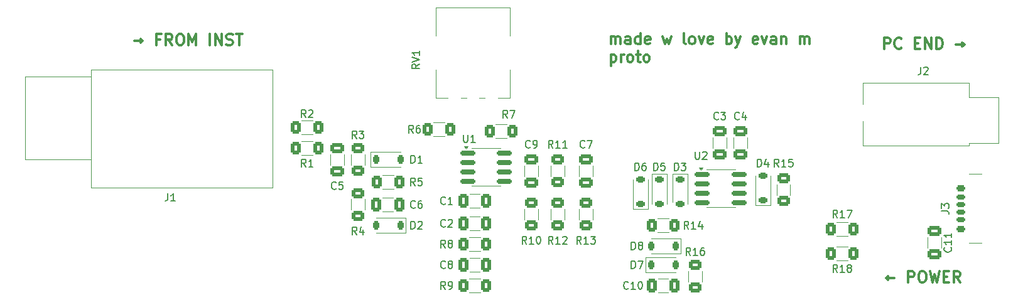
<source format=gto>
G04 #@! TF.GenerationSoftware,KiCad,Pcbnew,8.0.2*
G04 #@! TF.CreationDate,2024-08-21T05:46:25-04:00*
G04 #@! TF.ProjectId,plugnslay,706c7567-6e73-46c6-9179-2e6b69636164,rev?*
G04 #@! TF.SameCoordinates,Original*
G04 #@! TF.FileFunction,Legend,Top*
G04 #@! TF.FilePolarity,Positive*
%FSLAX46Y46*%
G04 Gerber Fmt 4.6, Leading zero omitted, Abs format (unit mm)*
G04 Created by KiCad (PCBNEW 8.0.2) date 2024-08-21 05:46:25*
%MOMM*%
%LPD*%
G01*
G04 APERTURE LIST*
G04 Aperture macros list*
%AMRoundRect*
0 Rectangle with rounded corners*
0 $1 Rounding radius*
0 $2 $3 $4 $5 $6 $7 $8 $9 X,Y pos of 4 corners*
0 Add a 4 corners polygon primitive as box body*
4,1,4,$2,$3,$4,$5,$6,$7,$8,$9,$2,$3,0*
0 Add four circle primitives for the rounded corners*
1,1,$1+$1,$2,$3*
1,1,$1+$1,$4,$5*
1,1,$1+$1,$6,$7*
1,1,$1+$1,$8,$9*
0 Add four rect primitives between the rounded corners*
20,1,$1+$1,$2,$3,$4,$5,0*
20,1,$1+$1,$4,$5,$6,$7,0*
20,1,$1+$1,$6,$7,$8,$9,0*
20,1,$1+$1,$8,$9,$2,$3,0*%
%AMHorizOval*
0 Thick line with rounded ends*
0 $1 width*
0 $2 $3 position (X,Y) of the first rounded end (center of the circle)*
0 $4 $5 position (X,Y) of the second rounded end (center of the circle)*
0 Add line between two ends*
20,1,$1,$2,$3,$4,$5,0*
0 Add two circle primitives to create the rounded ends*
1,1,$1,$2,$3*
1,1,$1,$4,$5*%
G04 Aperture macros list end*
%ADD10C,0.300000*%
%ADD11C,0.150000*%
%ADD12C,0.120000*%
%ADD13RoundRect,0.250000X-0.625000X0.400000X-0.625000X-0.400000X0.625000X-0.400000X0.625000X0.400000X0*%
%ADD14RoundRect,0.175000X0.425000X-0.175000X0.425000X0.175000X-0.425000X0.175000X-0.425000X-0.175000X0*%
%ADD15RoundRect,0.190000X-0.410000X0.190000X-0.410000X-0.190000X0.410000X-0.190000X0.410000X0.190000X0*%
%ADD16RoundRect,0.200000X-0.400000X0.200000X-0.400000X-0.200000X0.400000X-0.200000X0.400000X0.200000X0*%
%ADD17RoundRect,0.175000X-0.425000X0.175000X-0.425000X-0.175000X0.425000X-0.175000X0.425000X0.175000X0*%
%ADD18RoundRect,0.190000X0.410000X-0.190000X0.410000X0.190000X-0.410000X0.190000X-0.410000X-0.190000X0*%
%ADD19RoundRect,0.200000X0.400000X-0.200000X0.400000X0.200000X-0.400000X0.200000X-0.400000X-0.200000X0*%
%ADD20O,1.700000X1.100000*%
%ADD21RoundRect,0.250000X0.625000X-0.400000X0.625000X0.400000X-0.625000X0.400000X-0.625000X-0.400000X0*%
%ADD22RoundRect,0.225000X-0.375000X0.225000X-0.375000X-0.225000X0.375000X-0.225000X0.375000X0.225000X0*%
%ADD23RoundRect,0.250000X0.650000X-0.412500X0.650000X0.412500X-0.650000X0.412500X-0.650000X-0.412500X0*%
%ADD24RoundRect,0.150000X-0.825000X-0.150000X0.825000X-0.150000X0.825000X0.150000X-0.825000X0.150000X0*%
%ADD25C,3.000000*%
%ADD26C,2.000000*%
%ADD27RoundRect,0.250000X0.400000X0.625000X-0.400000X0.625000X-0.400000X-0.625000X0.400000X-0.625000X0*%
%ADD28RoundRect,0.250000X0.412500X0.650000X-0.412500X0.650000X-0.412500X-0.650000X0.412500X-0.650000X0*%
%ADD29RoundRect,0.250000X-0.650000X0.412500X-0.650000X-0.412500X0.650000X-0.412500X0.650000X0.412500X0*%
%ADD30RoundRect,0.250000X-0.400000X-0.625000X0.400000X-0.625000X0.400000X0.625000X-0.400000X0.625000X0*%
%ADD31RoundRect,0.250000X-0.412500X-0.650000X0.412500X-0.650000X0.412500X0.650000X-0.412500X0.650000X0*%
%ADD32HorizOval,2.400000X0.212132X-0.212132X-0.212132X0.212132X0*%
%ADD33RoundRect,0.225000X-0.225000X-0.375000X0.225000X-0.375000X0.225000X0.375000X-0.225000X0.375000X0*%
%ADD34C,4.000000*%
%ADD35C,1.800000*%
%ADD36RoundRect,0.225000X0.225000X0.375000X-0.225000X0.375000X-0.225000X-0.375000X0.225000X-0.375000X0*%
%ADD37RoundRect,0.225000X0.375000X-0.225000X0.375000X0.225000X-0.375000X0.225000X-0.375000X-0.225000X0*%
%ADD38C,0.800000*%
G04 APERTURE END LIST*
D10*
X189784510Y-90224828D02*
X189784510Y-88724828D01*
X189784510Y-88724828D02*
X190355939Y-88724828D01*
X190355939Y-88724828D02*
X190498796Y-88796257D01*
X190498796Y-88796257D02*
X190570225Y-88867685D01*
X190570225Y-88867685D02*
X190641653Y-89010542D01*
X190641653Y-89010542D02*
X190641653Y-89224828D01*
X190641653Y-89224828D02*
X190570225Y-89367685D01*
X190570225Y-89367685D02*
X190498796Y-89439114D01*
X190498796Y-89439114D02*
X190355939Y-89510542D01*
X190355939Y-89510542D02*
X189784510Y-89510542D01*
X192141653Y-90081971D02*
X192070225Y-90153400D01*
X192070225Y-90153400D02*
X191855939Y-90224828D01*
X191855939Y-90224828D02*
X191713082Y-90224828D01*
X191713082Y-90224828D02*
X191498796Y-90153400D01*
X191498796Y-90153400D02*
X191355939Y-90010542D01*
X191355939Y-90010542D02*
X191284510Y-89867685D01*
X191284510Y-89867685D02*
X191213082Y-89581971D01*
X191213082Y-89581971D02*
X191213082Y-89367685D01*
X191213082Y-89367685D02*
X191284510Y-89081971D01*
X191284510Y-89081971D02*
X191355939Y-88939114D01*
X191355939Y-88939114D02*
X191498796Y-88796257D01*
X191498796Y-88796257D02*
X191713082Y-88724828D01*
X191713082Y-88724828D02*
X191855939Y-88724828D01*
X191855939Y-88724828D02*
X192070225Y-88796257D01*
X192070225Y-88796257D02*
X192141653Y-88867685D01*
X193927367Y-89439114D02*
X194427367Y-89439114D01*
X194641653Y-90224828D02*
X193927367Y-90224828D01*
X193927367Y-90224828D02*
X193927367Y-88724828D01*
X193927367Y-88724828D02*
X194641653Y-88724828D01*
X195284510Y-90224828D02*
X195284510Y-88724828D01*
X195284510Y-88724828D02*
X196141653Y-90224828D01*
X196141653Y-90224828D02*
X196141653Y-88724828D01*
X196855939Y-90224828D02*
X196855939Y-88724828D01*
X196855939Y-88724828D02*
X197213082Y-88724828D01*
X197213082Y-88724828D02*
X197427368Y-88796257D01*
X197427368Y-88796257D02*
X197570225Y-88939114D01*
X197570225Y-88939114D02*
X197641654Y-89081971D01*
X197641654Y-89081971D02*
X197713082Y-89367685D01*
X197713082Y-89367685D02*
X197713082Y-89581971D01*
X197713082Y-89581971D02*
X197641654Y-89867685D01*
X197641654Y-89867685D02*
X197570225Y-90010542D01*
X197570225Y-90010542D02*
X197427368Y-90153400D01*
X197427368Y-90153400D02*
X197213082Y-90224828D01*
X197213082Y-90224828D02*
X196855939Y-90224828D01*
X199498796Y-89653400D02*
X200641654Y-89653400D01*
X200355939Y-89939114D02*
X200641654Y-89653400D01*
X200641654Y-89653400D02*
X200355939Y-89367685D01*
X191181368Y-121149400D02*
X190038510Y-121149400D01*
X190324225Y-121435114D02*
X190038510Y-121149400D01*
X190038510Y-121149400D02*
X190324225Y-120863685D01*
X193038510Y-121720828D02*
X193038510Y-120220828D01*
X193038510Y-120220828D02*
X193609939Y-120220828D01*
X193609939Y-120220828D02*
X193752796Y-120292257D01*
X193752796Y-120292257D02*
X193824225Y-120363685D01*
X193824225Y-120363685D02*
X193895653Y-120506542D01*
X193895653Y-120506542D02*
X193895653Y-120720828D01*
X193895653Y-120720828D02*
X193824225Y-120863685D01*
X193824225Y-120863685D02*
X193752796Y-120935114D01*
X193752796Y-120935114D02*
X193609939Y-121006542D01*
X193609939Y-121006542D02*
X193038510Y-121006542D01*
X194824225Y-120220828D02*
X195109939Y-120220828D01*
X195109939Y-120220828D02*
X195252796Y-120292257D01*
X195252796Y-120292257D02*
X195395653Y-120435114D01*
X195395653Y-120435114D02*
X195467082Y-120720828D01*
X195467082Y-120720828D02*
X195467082Y-121220828D01*
X195467082Y-121220828D02*
X195395653Y-121506542D01*
X195395653Y-121506542D02*
X195252796Y-121649400D01*
X195252796Y-121649400D02*
X195109939Y-121720828D01*
X195109939Y-121720828D02*
X194824225Y-121720828D01*
X194824225Y-121720828D02*
X194681368Y-121649400D01*
X194681368Y-121649400D02*
X194538510Y-121506542D01*
X194538510Y-121506542D02*
X194467082Y-121220828D01*
X194467082Y-121220828D02*
X194467082Y-120720828D01*
X194467082Y-120720828D02*
X194538510Y-120435114D01*
X194538510Y-120435114D02*
X194681368Y-120292257D01*
X194681368Y-120292257D02*
X194824225Y-120220828D01*
X195967082Y-120220828D02*
X196324225Y-121720828D01*
X196324225Y-121720828D02*
X196609939Y-120649400D01*
X196609939Y-120649400D02*
X196895654Y-121720828D01*
X196895654Y-121720828D02*
X197252797Y-120220828D01*
X197824225Y-120935114D02*
X198324225Y-120935114D01*
X198538511Y-121720828D02*
X197824225Y-121720828D01*
X197824225Y-121720828D02*
X197824225Y-120220828D01*
X197824225Y-120220828D02*
X198538511Y-120220828D01*
X200038511Y-121720828D02*
X199538511Y-121006542D01*
X199181368Y-121720828D02*
X199181368Y-120220828D01*
X199181368Y-120220828D02*
X199752797Y-120220828D01*
X199752797Y-120220828D02*
X199895654Y-120292257D01*
X199895654Y-120292257D02*
X199967083Y-120363685D01*
X199967083Y-120363685D02*
X200038511Y-120506542D01*
X200038511Y-120506542D02*
X200038511Y-120720828D01*
X200038511Y-120720828D02*
X199967083Y-120863685D01*
X199967083Y-120863685D02*
X199895654Y-120935114D01*
X199895654Y-120935114D02*
X199752797Y-121006542D01*
X199752797Y-121006542D02*
X199181368Y-121006542D01*
X88692510Y-89145400D02*
X89835368Y-89145400D01*
X89549653Y-89431114D02*
X89835368Y-89145400D01*
X89835368Y-89145400D02*
X89549653Y-88859685D01*
X92192510Y-88931114D02*
X91692510Y-88931114D01*
X91692510Y-89716828D02*
X91692510Y-88216828D01*
X91692510Y-88216828D02*
X92406796Y-88216828D01*
X93835367Y-89716828D02*
X93335367Y-89002542D01*
X92978224Y-89716828D02*
X92978224Y-88216828D01*
X92978224Y-88216828D02*
X93549653Y-88216828D01*
X93549653Y-88216828D02*
X93692510Y-88288257D01*
X93692510Y-88288257D02*
X93763939Y-88359685D01*
X93763939Y-88359685D02*
X93835367Y-88502542D01*
X93835367Y-88502542D02*
X93835367Y-88716828D01*
X93835367Y-88716828D02*
X93763939Y-88859685D01*
X93763939Y-88859685D02*
X93692510Y-88931114D01*
X93692510Y-88931114D02*
X93549653Y-89002542D01*
X93549653Y-89002542D02*
X92978224Y-89002542D01*
X94763939Y-88216828D02*
X95049653Y-88216828D01*
X95049653Y-88216828D02*
X95192510Y-88288257D01*
X95192510Y-88288257D02*
X95335367Y-88431114D01*
X95335367Y-88431114D02*
X95406796Y-88716828D01*
X95406796Y-88716828D02*
X95406796Y-89216828D01*
X95406796Y-89216828D02*
X95335367Y-89502542D01*
X95335367Y-89502542D02*
X95192510Y-89645400D01*
X95192510Y-89645400D02*
X95049653Y-89716828D01*
X95049653Y-89716828D02*
X94763939Y-89716828D01*
X94763939Y-89716828D02*
X94621082Y-89645400D01*
X94621082Y-89645400D02*
X94478224Y-89502542D01*
X94478224Y-89502542D02*
X94406796Y-89216828D01*
X94406796Y-89216828D02*
X94406796Y-88716828D01*
X94406796Y-88716828D02*
X94478224Y-88431114D01*
X94478224Y-88431114D02*
X94621082Y-88288257D01*
X94621082Y-88288257D02*
X94763939Y-88216828D01*
X96049653Y-89716828D02*
X96049653Y-88216828D01*
X96049653Y-88216828D02*
X96549653Y-89288257D01*
X96549653Y-89288257D02*
X97049653Y-88216828D01*
X97049653Y-88216828D02*
X97049653Y-89716828D01*
X98906796Y-89716828D02*
X98906796Y-88216828D01*
X99621082Y-89716828D02*
X99621082Y-88216828D01*
X99621082Y-88216828D02*
X100478225Y-89716828D01*
X100478225Y-89716828D02*
X100478225Y-88216828D01*
X101121083Y-89645400D02*
X101335369Y-89716828D01*
X101335369Y-89716828D02*
X101692511Y-89716828D01*
X101692511Y-89716828D02*
X101835369Y-89645400D01*
X101835369Y-89645400D02*
X101906797Y-89573971D01*
X101906797Y-89573971D02*
X101978226Y-89431114D01*
X101978226Y-89431114D02*
X101978226Y-89288257D01*
X101978226Y-89288257D02*
X101906797Y-89145400D01*
X101906797Y-89145400D02*
X101835369Y-89073971D01*
X101835369Y-89073971D02*
X101692511Y-89002542D01*
X101692511Y-89002542D02*
X101406797Y-88931114D01*
X101406797Y-88931114D02*
X101263940Y-88859685D01*
X101263940Y-88859685D02*
X101192511Y-88788257D01*
X101192511Y-88788257D02*
X101121083Y-88645400D01*
X101121083Y-88645400D02*
X101121083Y-88502542D01*
X101121083Y-88502542D02*
X101192511Y-88359685D01*
X101192511Y-88359685D02*
X101263940Y-88288257D01*
X101263940Y-88288257D02*
X101406797Y-88216828D01*
X101406797Y-88216828D02*
X101763940Y-88216828D01*
X101763940Y-88216828D02*
X101978226Y-88288257D01*
X102406797Y-88216828D02*
X103263940Y-88216828D01*
X102835368Y-89716828D02*
X102835368Y-88216828D01*
X152954510Y-89587912D02*
X152954510Y-88587912D01*
X152954510Y-88730769D02*
X153025939Y-88659341D01*
X153025939Y-88659341D02*
X153168796Y-88587912D01*
X153168796Y-88587912D02*
X153383082Y-88587912D01*
X153383082Y-88587912D02*
X153525939Y-88659341D01*
X153525939Y-88659341D02*
X153597368Y-88802198D01*
X153597368Y-88802198D02*
X153597368Y-89587912D01*
X153597368Y-88802198D02*
X153668796Y-88659341D01*
X153668796Y-88659341D02*
X153811653Y-88587912D01*
X153811653Y-88587912D02*
X154025939Y-88587912D01*
X154025939Y-88587912D02*
X154168796Y-88659341D01*
X154168796Y-88659341D02*
X154240225Y-88802198D01*
X154240225Y-88802198D02*
X154240225Y-89587912D01*
X155597368Y-89587912D02*
X155597368Y-88802198D01*
X155597368Y-88802198D02*
X155525939Y-88659341D01*
X155525939Y-88659341D02*
X155383082Y-88587912D01*
X155383082Y-88587912D02*
X155097368Y-88587912D01*
X155097368Y-88587912D02*
X154954510Y-88659341D01*
X155597368Y-89516484D02*
X155454510Y-89587912D01*
X155454510Y-89587912D02*
X155097368Y-89587912D01*
X155097368Y-89587912D02*
X154954510Y-89516484D01*
X154954510Y-89516484D02*
X154883082Y-89373626D01*
X154883082Y-89373626D02*
X154883082Y-89230769D01*
X154883082Y-89230769D02*
X154954510Y-89087912D01*
X154954510Y-89087912D02*
X155097368Y-89016484D01*
X155097368Y-89016484D02*
X155454510Y-89016484D01*
X155454510Y-89016484D02*
X155597368Y-88945055D01*
X156954511Y-89587912D02*
X156954511Y-88087912D01*
X156954511Y-89516484D02*
X156811653Y-89587912D01*
X156811653Y-89587912D02*
X156525939Y-89587912D01*
X156525939Y-89587912D02*
X156383082Y-89516484D01*
X156383082Y-89516484D02*
X156311653Y-89445055D01*
X156311653Y-89445055D02*
X156240225Y-89302198D01*
X156240225Y-89302198D02*
X156240225Y-88873626D01*
X156240225Y-88873626D02*
X156311653Y-88730769D01*
X156311653Y-88730769D02*
X156383082Y-88659341D01*
X156383082Y-88659341D02*
X156525939Y-88587912D01*
X156525939Y-88587912D02*
X156811653Y-88587912D01*
X156811653Y-88587912D02*
X156954511Y-88659341D01*
X158240225Y-89516484D02*
X158097368Y-89587912D01*
X158097368Y-89587912D02*
X157811654Y-89587912D01*
X157811654Y-89587912D02*
X157668796Y-89516484D01*
X157668796Y-89516484D02*
X157597368Y-89373626D01*
X157597368Y-89373626D02*
X157597368Y-88802198D01*
X157597368Y-88802198D02*
X157668796Y-88659341D01*
X157668796Y-88659341D02*
X157811654Y-88587912D01*
X157811654Y-88587912D02*
X158097368Y-88587912D01*
X158097368Y-88587912D02*
X158240225Y-88659341D01*
X158240225Y-88659341D02*
X158311654Y-88802198D01*
X158311654Y-88802198D02*
X158311654Y-88945055D01*
X158311654Y-88945055D02*
X157597368Y-89087912D01*
X159954510Y-88587912D02*
X160240225Y-89587912D01*
X160240225Y-89587912D02*
X160525939Y-88873626D01*
X160525939Y-88873626D02*
X160811653Y-89587912D01*
X160811653Y-89587912D02*
X161097367Y-88587912D01*
X163025939Y-89587912D02*
X162883082Y-89516484D01*
X162883082Y-89516484D02*
X162811653Y-89373626D01*
X162811653Y-89373626D02*
X162811653Y-88087912D01*
X163811653Y-89587912D02*
X163668796Y-89516484D01*
X163668796Y-89516484D02*
X163597367Y-89445055D01*
X163597367Y-89445055D02*
X163525939Y-89302198D01*
X163525939Y-89302198D02*
X163525939Y-88873626D01*
X163525939Y-88873626D02*
X163597367Y-88730769D01*
X163597367Y-88730769D02*
X163668796Y-88659341D01*
X163668796Y-88659341D02*
X163811653Y-88587912D01*
X163811653Y-88587912D02*
X164025939Y-88587912D01*
X164025939Y-88587912D02*
X164168796Y-88659341D01*
X164168796Y-88659341D02*
X164240225Y-88730769D01*
X164240225Y-88730769D02*
X164311653Y-88873626D01*
X164311653Y-88873626D02*
X164311653Y-89302198D01*
X164311653Y-89302198D02*
X164240225Y-89445055D01*
X164240225Y-89445055D02*
X164168796Y-89516484D01*
X164168796Y-89516484D02*
X164025939Y-89587912D01*
X164025939Y-89587912D02*
X163811653Y-89587912D01*
X164811653Y-88587912D02*
X165168796Y-89587912D01*
X165168796Y-89587912D02*
X165525939Y-88587912D01*
X166668796Y-89516484D02*
X166525939Y-89587912D01*
X166525939Y-89587912D02*
X166240225Y-89587912D01*
X166240225Y-89587912D02*
X166097367Y-89516484D01*
X166097367Y-89516484D02*
X166025939Y-89373626D01*
X166025939Y-89373626D02*
X166025939Y-88802198D01*
X166025939Y-88802198D02*
X166097367Y-88659341D01*
X166097367Y-88659341D02*
X166240225Y-88587912D01*
X166240225Y-88587912D02*
X166525939Y-88587912D01*
X166525939Y-88587912D02*
X166668796Y-88659341D01*
X166668796Y-88659341D02*
X166740225Y-88802198D01*
X166740225Y-88802198D02*
X166740225Y-88945055D01*
X166740225Y-88945055D02*
X166025939Y-89087912D01*
X168525938Y-89587912D02*
X168525938Y-88087912D01*
X168525938Y-88659341D02*
X168668796Y-88587912D01*
X168668796Y-88587912D02*
X168954510Y-88587912D01*
X168954510Y-88587912D02*
X169097367Y-88659341D01*
X169097367Y-88659341D02*
X169168796Y-88730769D01*
X169168796Y-88730769D02*
X169240224Y-88873626D01*
X169240224Y-88873626D02*
X169240224Y-89302198D01*
X169240224Y-89302198D02*
X169168796Y-89445055D01*
X169168796Y-89445055D02*
X169097367Y-89516484D01*
X169097367Y-89516484D02*
X168954510Y-89587912D01*
X168954510Y-89587912D02*
X168668796Y-89587912D01*
X168668796Y-89587912D02*
X168525938Y-89516484D01*
X169740224Y-88587912D02*
X170097367Y-89587912D01*
X170454510Y-88587912D02*
X170097367Y-89587912D01*
X170097367Y-89587912D02*
X169954510Y-89945055D01*
X169954510Y-89945055D02*
X169883081Y-90016484D01*
X169883081Y-90016484D02*
X169740224Y-90087912D01*
X172740224Y-89516484D02*
X172597367Y-89587912D01*
X172597367Y-89587912D02*
X172311653Y-89587912D01*
X172311653Y-89587912D02*
X172168795Y-89516484D01*
X172168795Y-89516484D02*
X172097367Y-89373626D01*
X172097367Y-89373626D02*
X172097367Y-88802198D01*
X172097367Y-88802198D02*
X172168795Y-88659341D01*
X172168795Y-88659341D02*
X172311653Y-88587912D01*
X172311653Y-88587912D02*
X172597367Y-88587912D01*
X172597367Y-88587912D02*
X172740224Y-88659341D01*
X172740224Y-88659341D02*
X172811653Y-88802198D01*
X172811653Y-88802198D02*
X172811653Y-88945055D01*
X172811653Y-88945055D02*
X172097367Y-89087912D01*
X173311652Y-88587912D02*
X173668795Y-89587912D01*
X173668795Y-89587912D02*
X174025938Y-88587912D01*
X175240224Y-89587912D02*
X175240224Y-88802198D01*
X175240224Y-88802198D02*
X175168795Y-88659341D01*
X175168795Y-88659341D02*
X175025938Y-88587912D01*
X175025938Y-88587912D02*
X174740224Y-88587912D01*
X174740224Y-88587912D02*
X174597366Y-88659341D01*
X175240224Y-89516484D02*
X175097366Y-89587912D01*
X175097366Y-89587912D02*
X174740224Y-89587912D01*
X174740224Y-89587912D02*
X174597366Y-89516484D01*
X174597366Y-89516484D02*
X174525938Y-89373626D01*
X174525938Y-89373626D02*
X174525938Y-89230769D01*
X174525938Y-89230769D02*
X174597366Y-89087912D01*
X174597366Y-89087912D02*
X174740224Y-89016484D01*
X174740224Y-89016484D02*
X175097366Y-89016484D01*
X175097366Y-89016484D02*
X175240224Y-88945055D01*
X175954509Y-88587912D02*
X175954509Y-89587912D01*
X175954509Y-88730769D02*
X176025938Y-88659341D01*
X176025938Y-88659341D02*
X176168795Y-88587912D01*
X176168795Y-88587912D02*
X176383081Y-88587912D01*
X176383081Y-88587912D02*
X176525938Y-88659341D01*
X176525938Y-88659341D02*
X176597367Y-88802198D01*
X176597367Y-88802198D02*
X176597367Y-89587912D01*
X178454509Y-89587912D02*
X178454509Y-88587912D01*
X178454509Y-88730769D02*
X178525938Y-88659341D01*
X178525938Y-88659341D02*
X178668795Y-88587912D01*
X178668795Y-88587912D02*
X178883081Y-88587912D01*
X178883081Y-88587912D02*
X179025938Y-88659341D01*
X179025938Y-88659341D02*
X179097367Y-88802198D01*
X179097367Y-88802198D02*
X179097367Y-89587912D01*
X179097367Y-88802198D02*
X179168795Y-88659341D01*
X179168795Y-88659341D02*
X179311652Y-88587912D01*
X179311652Y-88587912D02*
X179525938Y-88587912D01*
X179525938Y-88587912D02*
X179668795Y-88659341D01*
X179668795Y-88659341D02*
X179740224Y-88802198D01*
X179740224Y-88802198D02*
X179740224Y-89587912D01*
X152954510Y-91002828D02*
X152954510Y-92502828D01*
X152954510Y-91074257D02*
X153097368Y-91002828D01*
X153097368Y-91002828D02*
X153383082Y-91002828D01*
X153383082Y-91002828D02*
X153525939Y-91074257D01*
X153525939Y-91074257D02*
X153597368Y-91145685D01*
X153597368Y-91145685D02*
X153668796Y-91288542D01*
X153668796Y-91288542D02*
X153668796Y-91717114D01*
X153668796Y-91717114D02*
X153597368Y-91859971D01*
X153597368Y-91859971D02*
X153525939Y-91931400D01*
X153525939Y-91931400D02*
X153383082Y-92002828D01*
X153383082Y-92002828D02*
X153097368Y-92002828D01*
X153097368Y-92002828D02*
X152954510Y-91931400D01*
X154311653Y-92002828D02*
X154311653Y-91002828D01*
X154311653Y-91288542D02*
X154383082Y-91145685D01*
X154383082Y-91145685D02*
X154454511Y-91074257D01*
X154454511Y-91074257D02*
X154597368Y-91002828D01*
X154597368Y-91002828D02*
X154740225Y-91002828D01*
X155454510Y-92002828D02*
X155311653Y-91931400D01*
X155311653Y-91931400D02*
X155240224Y-91859971D01*
X155240224Y-91859971D02*
X155168796Y-91717114D01*
X155168796Y-91717114D02*
X155168796Y-91288542D01*
X155168796Y-91288542D02*
X155240224Y-91145685D01*
X155240224Y-91145685D02*
X155311653Y-91074257D01*
X155311653Y-91074257D02*
X155454510Y-91002828D01*
X155454510Y-91002828D02*
X155668796Y-91002828D01*
X155668796Y-91002828D02*
X155811653Y-91074257D01*
X155811653Y-91074257D02*
X155883082Y-91145685D01*
X155883082Y-91145685D02*
X155954510Y-91288542D01*
X155954510Y-91288542D02*
X155954510Y-91717114D01*
X155954510Y-91717114D02*
X155883082Y-91859971D01*
X155883082Y-91859971D02*
X155811653Y-91931400D01*
X155811653Y-91931400D02*
X155668796Y-92002828D01*
X155668796Y-92002828D02*
X155454510Y-92002828D01*
X156383082Y-91002828D02*
X156954510Y-91002828D01*
X156597367Y-90502828D02*
X156597367Y-91788542D01*
X156597367Y-91788542D02*
X156668796Y-91931400D01*
X156668796Y-91931400D02*
X156811653Y-92002828D01*
X156811653Y-92002828D02*
X156954510Y-92002828D01*
X157668796Y-92002828D02*
X157525939Y-91931400D01*
X157525939Y-91931400D02*
X157454510Y-91859971D01*
X157454510Y-91859971D02*
X157383082Y-91717114D01*
X157383082Y-91717114D02*
X157383082Y-91288542D01*
X157383082Y-91288542D02*
X157454510Y-91145685D01*
X157454510Y-91145685D02*
X157525939Y-91074257D01*
X157525939Y-91074257D02*
X157668796Y-91002828D01*
X157668796Y-91002828D02*
X157883082Y-91002828D01*
X157883082Y-91002828D02*
X158025939Y-91074257D01*
X158025939Y-91074257D02*
X158097368Y-91145685D01*
X158097368Y-91145685D02*
X158168796Y-91288542D01*
X158168796Y-91288542D02*
X158168796Y-91717114D01*
X158168796Y-91717114D02*
X158097368Y-91859971D01*
X158097368Y-91859971D02*
X158025939Y-91931400D01*
X158025939Y-91931400D02*
X157883082Y-92002828D01*
X157883082Y-92002828D02*
X157668796Y-92002828D01*
D11*
X141597142Y-116532819D02*
X141263809Y-116056628D01*
X141025714Y-116532819D02*
X141025714Y-115532819D01*
X141025714Y-115532819D02*
X141406666Y-115532819D01*
X141406666Y-115532819D02*
X141501904Y-115580438D01*
X141501904Y-115580438D02*
X141549523Y-115628057D01*
X141549523Y-115628057D02*
X141597142Y-115723295D01*
X141597142Y-115723295D02*
X141597142Y-115866152D01*
X141597142Y-115866152D02*
X141549523Y-115961390D01*
X141549523Y-115961390D02*
X141501904Y-116009009D01*
X141501904Y-116009009D02*
X141406666Y-116056628D01*
X141406666Y-116056628D02*
X141025714Y-116056628D01*
X142549523Y-116532819D02*
X141978095Y-116532819D01*
X142263809Y-116532819D02*
X142263809Y-115532819D01*
X142263809Y-115532819D02*
X142168571Y-115675676D01*
X142168571Y-115675676D02*
X142073333Y-115770914D01*
X142073333Y-115770914D02*
X141978095Y-115818533D01*
X143168571Y-115532819D02*
X143263809Y-115532819D01*
X143263809Y-115532819D02*
X143359047Y-115580438D01*
X143359047Y-115580438D02*
X143406666Y-115628057D01*
X143406666Y-115628057D02*
X143454285Y-115723295D01*
X143454285Y-115723295D02*
X143501904Y-115913771D01*
X143501904Y-115913771D02*
X143501904Y-116151866D01*
X143501904Y-116151866D02*
X143454285Y-116342342D01*
X143454285Y-116342342D02*
X143406666Y-116437580D01*
X143406666Y-116437580D02*
X143359047Y-116485200D01*
X143359047Y-116485200D02*
X143263809Y-116532819D01*
X143263809Y-116532819D02*
X143168571Y-116532819D01*
X143168571Y-116532819D02*
X143073333Y-116485200D01*
X143073333Y-116485200D02*
X143025714Y-116437580D01*
X143025714Y-116437580D02*
X142978095Y-116342342D01*
X142978095Y-116342342D02*
X142930476Y-116151866D01*
X142930476Y-116151866D02*
X142930476Y-115913771D01*
X142930476Y-115913771D02*
X142978095Y-115723295D01*
X142978095Y-115723295D02*
X143025714Y-115628057D01*
X143025714Y-115628057D02*
X143073333Y-115580438D01*
X143073333Y-115580438D02*
X143168571Y-115532819D01*
X197554819Y-112093333D02*
X198269104Y-112093333D01*
X198269104Y-112093333D02*
X198411961Y-112140952D01*
X198411961Y-112140952D02*
X198507200Y-112236190D01*
X198507200Y-112236190D02*
X198554819Y-112379047D01*
X198554819Y-112379047D02*
X198554819Y-112474285D01*
X197554819Y-111712380D02*
X197554819Y-111093333D01*
X197554819Y-111093333D02*
X197935771Y-111426666D01*
X197935771Y-111426666D02*
X197935771Y-111283809D01*
X197935771Y-111283809D02*
X197983390Y-111188571D01*
X197983390Y-111188571D02*
X198031009Y-111140952D01*
X198031009Y-111140952D02*
X198126247Y-111093333D01*
X198126247Y-111093333D02*
X198364342Y-111093333D01*
X198364342Y-111093333D02*
X198459580Y-111140952D01*
X198459580Y-111140952D02*
X198507200Y-111188571D01*
X198507200Y-111188571D02*
X198554819Y-111283809D01*
X198554819Y-111283809D02*
X198554819Y-111569523D01*
X198554819Y-111569523D02*
X198507200Y-111664761D01*
X198507200Y-111664761D02*
X198459580Y-111712380D01*
X118705333Y-115262819D02*
X118372000Y-114786628D01*
X118133905Y-115262819D02*
X118133905Y-114262819D01*
X118133905Y-114262819D02*
X118514857Y-114262819D01*
X118514857Y-114262819D02*
X118610095Y-114310438D01*
X118610095Y-114310438D02*
X118657714Y-114358057D01*
X118657714Y-114358057D02*
X118705333Y-114453295D01*
X118705333Y-114453295D02*
X118705333Y-114596152D01*
X118705333Y-114596152D02*
X118657714Y-114691390D01*
X118657714Y-114691390D02*
X118610095Y-114739009D01*
X118610095Y-114739009D02*
X118514857Y-114786628D01*
X118514857Y-114786628D02*
X118133905Y-114786628D01*
X119562476Y-114596152D02*
X119562476Y-115262819D01*
X119324381Y-114215200D02*
X119086286Y-114929485D01*
X119086286Y-114929485D02*
X119705333Y-114929485D01*
X161541905Y-106626819D02*
X161541905Y-105626819D01*
X161541905Y-105626819D02*
X161780000Y-105626819D01*
X161780000Y-105626819D02*
X161922857Y-105674438D01*
X161922857Y-105674438D02*
X162018095Y-105769676D01*
X162018095Y-105769676D02*
X162065714Y-105864914D01*
X162065714Y-105864914D02*
X162113333Y-106055390D01*
X162113333Y-106055390D02*
X162113333Y-106198247D01*
X162113333Y-106198247D02*
X162065714Y-106388723D01*
X162065714Y-106388723D02*
X162018095Y-106483961D01*
X162018095Y-106483961D02*
X161922857Y-106579200D01*
X161922857Y-106579200D02*
X161780000Y-106626819D01*
X161780000Y-106626819D02*
X161541905Y-106626819D01*
X162446667Y-105626819D02*
X163065714Y-105626819D01*
X163065714Y-105626819D02*
X162732381Y-106007771D01*
X162732381Y-106007771D02*
X162875238Y-106007771D01*
X162875238Y-106007771D02*
X162970476Y-106055390D01*
X162970476Y-106055390D02*
X163018095Y-106103009D01*
X163018095Y-106103009D02*
X163065714Y-106198247D01*
X163065714Y-106198247D02*
X163065714Y-106436342D01*
X163065714Y-106436342D02*
X163018095Y-106531580D01*
X163018095Y-106531580D02*
X162970476Y-106579200D01*
X162970476Y-106579200D02*
X162875238Y-106626819D01*
X162875238Y-106626819D02*
X162589524Y-106626819D01*
X162589524Y-106626819D02*
X162494286Y-106579200D01*
X162494286Y-106579200D02*
X162446667Y-106531580D01*
X149439333Y-103483580D02*
X149391714Y-103531200D01*
X149391714Y-103531200D02*
X149248857Y-103578819D01*
X149248857Y-103578819D02*
X149153619Y-103578819D01*
X149153619Y-103578819D02*
X149010762Y-103531200D01*
X149010762Y-103531200D02*
X148915524Y-103435961D01*
X148915524Y-103435961D02*
X148867905Y-103340723D01*
X148867905Y-103340723D02*
X148820286Y-103150247D01*
X148820286Y-103150247D02*
X148820286Y-103007390D01*
X148820286Y-103007390D02*
X148867905Y-102816914D01*
X148867905Y-102816914D02*
X148915524Y-102721676D01*
X148915524Y-102721676D02*
X149010762Y-102626438D01*
X149010762Y-102626438D02*
X149153619Y-102578819D01*
X149153619Y-102578819D02*
X149248857Y-102578819D01*
X149248857Y-102578819D02*
X149391714Y-102626438D01*
X149391714Y-102626438D02*
X149439333Y-102674057D01*
X149772667Y-102578819D02*
X150439333Y-102578819D01*
X150439333Y-102578819D02*
X150010762Y-103578819D01*
X133096095Y-101816819D02*
X133096095Y-102626342D01*
X133096095Y-102626342D02*
X133143714Y-102721580D01*
X133143714Y-102721580D02*
X133191333Y-102769200D01*
X133191333Y-102769200D02*
X133286571Y-102816819D01*
X133286571Y-102816819D02*
X133477047Y-102816819D01*
X133477047Y-102816819D02*
X133572285Y-102769200D01*
X133572285Y-102769200D02*
X133619904Y-102721580D01*
X133619904Y-102721580D02*
X133667523Y-102626342D01*
X133667523Y-102626342D02*
X133667523Y-101816819D01*
X134667523Y-102816819D02*
X134096095Y-102816819D01*
X134381809Y-102816819D02*
X134381809Y-101816819D01*
X134381809Y-101816819D02*
X134286571Y-101959676D01*
X134286571Y-101959676D02*
X134191333Y-102054914D01*
X134191333Y-102054914D02*
X134096095Y-102102533D01*
X93240666Y-109732819D02*
X93240666Y-110447104D01*
X93240666Y-110447104D02*
X93193047Y-110589961D01*
X93193047Y-110589961D02*
X93097809Y-110685200D01*
X93097809Y-110685200D02*
X92954952Y-110732819D01*
X92954952Y-110732819D02*
X92859714Y-110732819D01*
X94240666Y-110732819D02*
X93669238Y-110732819D01*
X93954952Y-110732819D02*
X93954952Y-109732819D01*
X93954952Y-109732819D02*
X93859714Y-109875676D01*
X93859714Y-109875676D02*
X93764476Y-109970914D01*
X93764476Y-109970914D02*
X93669238Y-110018533D01*
X183507142Y-120342819D02*
X183173809Y-119866628D01*
X182935714Y-120342819D02*
X182935714Y-119342819D01*
X182935714Y-119342819D02*
X183316666Y-119342819D01*
X183316666Y-119342819D02*
X183411904Y-119390438D01*
X183411904Y-119390438D02*
X183459523Y-119438057D01*
X183459523Y-119438057D02*
X183507142Y-119533295D01*
X183507142Y-119533295D02*
X183507142Y-119676152D01*
X183507142Y-119676152D02*
X183459523Y-119771390D01*
X183459523Y-119771390D02*
X183411904Y-119819009D01*
X183411904Y-119819009D02*
X183316666Y-119866628D01*
X183316666Y-119866628D02*
X182935714Y-119866628D01*
X184459523Y-120342819D02*
X183888095Y-120342819D01*
X184173809Y-120342819D02*
X184173809Y-119342819D01*
X184173809Y-119342819D02*
X184078571Y-119485676D01*
X184078571Y-119485676D02*
X183983333Y-119580914D01*
X183983333Y-119580914D02*
X183888095Y-119628533D01*
X185030952Y-119771390D02*
X184935714Y-119723771D01*
X184935714Y-119723771D02*
X184888095Y-119676152D01*
X184888095Y-119676152D02*
X184840476Y-119580914D01*
X184840476Y-119580914D02*
X184840476Y-119533295D01*
X184840476Y-119533295D02*
X184888095Y-119438057D01*
X184888095Y-119438057D02*
X184935714Y-119390438D01*
X184935714Y-119390438D02*
X185030952Y-119342819D01*
X185030952Y-119342819D02*
X185221428Y-119342819D01*
X185221428Y-119342819D02*
X185316666Y-119390438D01*
X185316666Y-119390438D02*
X185364285Y-119438057D01*
X185364285Y-119438057D02*
X185411904Y-119533295D01*
X185411904Y-119533295D02*
X185411904Y-119580914D01*
X185411904Y-119580914D02*
X185364285Y-119676152D01*
X185364285Y-119676152D02*
X185316666Y-119723771D01*
X185316666Y-119723771D02*
X185221428Y-119771390D01*
X185221428Y-119771390D02*
X185030952Y-119771390D01*
X185030952Y-119771390D02*
X184935714Y-119819009D01*
X184935714Y-119819009D02*
X184888095Y-119866628D01*
X184888095Y-119866628D02*
X184840476Y-119961866D01*
X184840476Y-119961866D02*
X184840476Y-120152342D01*
X184840476Y-120152342D02*
X184888095Y-120247580D01*
X184888095Y-120247580D02*
X184935714Y-120295200D01*
X184935714Y-120295200D02*
X185030952Y-120342819D01*
X185030952Y-120342819D02*
X185221428Y-120342819D01*
X185221428Y-120342819D02*
X185316666Y-120295200D01*
X185316666Y-120295200D02*
X185364285Y-120247580D01*
X185364285Y-120247580D02*
X185411904Y-120152342D01*
X185411904Y-120152342D02*
X185411904Y-119961866D01*
X185411904Y-119961866D02*
X185364285Y-119866628D01*
X185364285Y-119866628D02*
X185316666Y-119819009D01*
X185316666Y-119819009D02*
X185221428Y-119771390D01*
X158747905Y-106626819D02*
X158747905Y-105626819D01*
X158747905Y-105626819D02*
X158986000Y-105626819D01*
X158986000Y-105626819D02*
X159128857Y-105674438D01*
X159128857Y-105674438D02*
X159224095Y-105769676D01*
X159224095Y-105769676D02*
X159271714Y-105864914D01*
X159271714Y-105864914D02*
X159319333Y-106055390D01*
X159319333Y-106055390D02*
X159319333Y-106198247D01*
X159319333Y-106198247D02*
X159271714Y-106388723D01*
X159271714Y-106388723D02*
X159224095Y-106483961D01*
X159224095Y-106483961D02*
X159128857Y-106579200D01*
X159128857Y-106579200D02*
X158986000Y-106626819D01*
X158986000Y-106626819D02*
X158747905Y-106626819D01*
X160224095Y-105626819D02*
X159747905Y-105626819D01*
X159747905Y-105626819D02*
X159700286Y-106103009D01*
X159700286Y-106103009D02*
X159747905Y-106055390D01*
X159747905Y-106055390D02*
X159843143Y-106007771D01*
X159843143Y-106007771D02*
X160081238Y-106007771D01*
X160081238Y-106007771D02*
X160176476Y-106055390D01*
X160176476Y-106055390D02*
X160224095Y-106103009D01*
X160224095Y-106103009D02*
X160271714Y-106198247D01*
X160271714Y-106198247D02*
X160271714Y-106436342D01*
X160271714Y-106436342D02*
X160224095Y-106531580D01*
X160224095Y-106531580D02*
X160176476Y-106579200D01*
X160176476Y-106579200D02*
X160081238Y-106626819D01*
X160081238Y-106626819D02*
X159843143Y-106626819D01*
X159843143Y-106626819D02*
X159747905Y-106579200D01*
X159747905Y-106579200D02*
X159700286Y-106531580D01*
X145153142Y-116532819D02*
X144819809Y-116056628D01*
X144581714Y-116532819D02*
X144581714Y-115532819D01*
X144581714Y-115532819D02*
X144962666Y-115532819D01*
X144962666Y-115532819D02*
X145057904Y-115580438D01*
X145057904Y-115580438D02*
X145105523Y-115628057D01*
X145105523Y-115628057D02*
X145153142Y-115723295D01*
X145153142Y-115723295D02*
X145153142Y-115866152D01*
X145153142Y-115866152D02*
X145105523Y-115961390D01*
X145105523Y-115961390D02*
X145057904Y-116009009D01*
X145057904Y-116009009D02*
X144962666Y-116056628D01*
X144962666Y-116056628D02*
X144581714Y-116056628D01*
X146105523Y-116532819D02*
X145534095Y-116532819D01*
X145819809Y-116532819D02*
X145819809Y-115532819D01*
X145819809Y-115532819D02*
X145724571Y-115675676D01*
X145724571Y-115675676D02*
X145629333Y-115770914D01*
X145629333Y-115770914D02*
X145534095Y-115818533D01*
X146486476Y-115628057D02*
X146534095Y-115580438D01*
X146534095Y-115580438D02*
X146629333Y-115532819D01*
X146629333Y-115532819D02*
X146867428Y-115532819D01*
X146867428Y-115532819D02*
X146962666Y-115580438D01*
X146962666Y-115580438D02*
X147010285Y-115628057D01*
X147010285Y-115628057D02*
X147057904Y-115723295D01*
X147057904Y-115723295D02*
X147057904Y-115818533D01*
X147057904Y-115818533D02*
X147010285Y-115961390D01*
X147010285Y-115961390D02*
X146438857Y-116532819D01*
X146438857Y-116532819D02*
X147057904Y-116532819D01*
X163441142Y-114500819D02*
X163107809Y-114024628D01*
X162869714Y-114500819D02*
X162869714Y-113500819D01*
X162869714Y-113500819D02*
X163250666Y-113500819D01*
X163250666Y-113500819D02*
X163345904Y-113548438D01*
X163345904Y-113548438D02*
X163393523Y-113596057D01*
X163393523Y-113596057D02*
X163441142Y-113691295D01*
X163441142Y-113691295D02*
X163441142Y-113834152D01*
X163441142Y-113834152D02*
X163393523Y-113929390D01*
X163393523Y-113929390D02*
X163345904Y-113977009D01*
X163345904Y-113977009D02*
X163250666Y-114024628D01*
X163250666Y-114024628D02*
X162869714Y-114024628D01*
X164393523Y-114500819D02*
X163822095Y-114500819D01*
X164107809Y-114500819D02*
X164107809Y-113500819D01*
X164107809Y-113500819D02*
X164012571Y-113643676D01*
X164012571Y-113643676D02*
X163917333Y-113738914D01*
X163917333Y-113738914D02*
X163822095Y-113786533D01*
X165250666Y-113834152D02*
X165250666Y-114500819D01*
X165012571Y-113453200D02*
X164774476Y-114167485D01*
X164774476Y-114167485D02*
X165393523Y-114167485D01*
X130643333Y-119739580D02*
X130595714Y-119787200D01*
X130595714Y-119787200D02*
X130452857Y-119834819D01*
X130452857Y-119834819D02*
X130357619Y-119834819D01*
X130357619Y-119834819D02*
X130214762Y-119787200D01*
X130214762Y-119787200D02*
X130119524Y-119691961D01*
X130119524Y-119691961D02*
X130071905Y-119596723D01*
X130071905Y-119596723D02*
X130024286Y-119406247D01*
X130024286Y-119406247D02*
X130024286Y-119263390D01*
X130024286Y-119263390D02*
X130071905Y-119072914D01*
X130071905Y-119072914D02*
X130119524Y-118977676D01*
X130119524Y-118977676D02*
X130214762Y-118882438D01*
X130214762Y-118882438D02*
X130357619Y-118834819D01*
X130357619Y-118834819D02*
X130452857Y-118834819D01*
X130452857Y-118834819D02*
X130595714Y-118882438D01*
X130595714Y-118882438D02*
X130643333Y-118930057D01*
X131214762Y-119263390D02*
X131119524Y-119215771D01*
X131119524Y-119215771D02*
X131071905Y-119168152D01*
X131071905Y-119168152D02*
X131024286Y-119072914D01*
X131024286Y-119072914D02*
X131024286Y-119025295D01*
X131024286Y-119025295D02*
X131071905Y-118930057D01*
X131071905Y-118930057D02*
X131119524Y-118882438D01*
X131119524Y-118882438D02*
X131214762Y-118834819D01*
X131214762Y-118834819D02*
X131405238Y-118834819D01*
X131405238Y-118834819D02*
X131500476Y-118882438D01*
X131500476Y-118882438D02*
X131548095Y-118930057D01*
X131548095Y-118930057D02*
X131595714Y-119025295D01*
X131595714Y-119025295D02*
X131595714Y-119072914D01*
X131595714Y-119072914D02*
X131548095Y-119168152D01*
X131548095Y-119168152D02*
X131500476Y-119215771D01*
X131500476Y-119215771D02*
X131405238Y-119263390D01*
X131405238Y-119263390D02*
X131214762Y-119263390D01*
X131214762Y-119263390D02*
X131119524Y-119311009D01*
X131119524Y-119311009D02*
X131071905Y-119358628D01*
X131071905Y-119358628D02*
X131024286Y-119453866D01*
X131024286Y-119453866D02*
X131024286Y-119644342D01*
X131024286Y-119644342D02*
X131071905Y-119739580D01*
X131071905Y-119739580D02*
X131119524Y-119787200D01*
X131119524Y-119787200D02*
X131214762Y-119834819D01*
X131214762Y-119834819D02*
X131405238Y-119834819D01*
X131405238Y-119834819D02*
X131500476Y-119787200D01*
X131500476Y-119787200D02*
X131548095Y-119739580D01*
X131548095Y-119739580D02*
X131595714Y-119644342D01*
X131595714Y-119644342D02*
X131595714Y-119453866D01*
X131595714Y-119453866D02*
X131548095Y-119358628D01*
X131548095Y-119358628D02*
X131500476Y-119311009D01*
X131500476Y-119311009D02*
X131405238Y-119263390D01*
X130643333Y-122628819D02*
X130310000Y-122152628D01*
X130071905Y-122628819D02*
X130071905Y-121628819D01*
X130071905Y-121628819D02*
X130452857Y-121628819D01*
X130452857Y-121628819D02*
X130548095Y-121676438D01*
X130548095Y-121676438D02*
X130595714Y-121724057D01*
X130595714Y-121724057D02*
X130643333Y-121819295D01*
X130643333Y-121819295D02*
X130643333Y-121962152D01*
X130643333Y-121962152D02*
X130595714Y-122057390D01*
X130595714Y-122057390D02*
X130548095Y-122105009D01*
X130548095Y-122105009D02*
X130452857Y-122152628D01*
X130452857Y-122152628D02*
X130071905Y-122152628D01*
X131119524Y-122628819D02*
X131310000Y-122628819D01*
X131310000Y-122628819D02*
X131405238Y-122581200D01*
X131405238Y-122581200D02*
X131452857Y-122533580D01*
X131452857Y-122533580D02*
X131548095Y-122390723D01*
X131548095Y-122390723D02*
X131595714Y-122200247D01*
X131595714Y-122200247D02*
X131595714Y-121819295D01*
X131595714Y-121819295D02*
X131548095Y-121724057D01*
X131548095Y-121724057D02*
X131500476Y-121676438D01*
X131500476Y-121676438D02*
X131405238Y-121628819D01*
X131405238Y-121628819D02*
X131214762Y-121628819D01*
X131214762Y-121628819D02*
X131119524Y-121676438D01*
X131119524Y-121676438D02*
X131071905Y-121724057D01*
X131071905Y-121724057D02*
X131024286Y-121819295D01*
X131024286Y-121819295D02*
X131024286Y-122057390D01*
X131024286Y-122057390D02*
X131071905Y-122152628D01*
X131071905Y-122152628D02*
X131119524Y-122200247D01*
X131119524Y-122200247D02*
X131214762Y-122247866D01*
X131214762Y-122247866D02*
X131405238Y-122247866D01*
X131405238Y-122247866D02*
X131500476Y-122200247D01*
X131500476Y-122200247D02*
X131548095Y-122152628D01*
X131548095Y-122152628D02*
X131595714Y-122057390D01*
X155313142Y-122533580D02*
X155265523Y-122581200D01*
X155265523Y-122581200D02*
X155122666Y-122628819D01*
X155122666Y-122628819D02*
X155027428Y-122628819D01*
X155027428Y-122628819D02*
X154884571Y-122581200D01*
X154884571Y-122581200D02*
X154789333Y-122485961D01*
X154789333Y-122485961D02*
X154741714Y-122390723D01*
X154741714Y-122390723D02*
X154694095Y-122200247D01*
X154694095Y-122200247D02*
X154694095Y-122057390D01*
X154694095Y-122057390D02*
X154741714Y-121866914D01*
X154741714Y-121866914D02*
X154789333Y-121771676D01*
X154789333Y-121771676D02*
X154884571Y-121676438D01*
X154884571Y-121676438D02*
X155027428Y-121628819D01*
X155027428Y-121628819D02*
X155122666Y-121628819D01*
X155122666Y-121628819D02*
X155265523Y-121676438D01*
X155265523Y-121676438D02*
X155313142Y-121724057D01*
X156265523Y-122628819D02*
X155694095Y-122628819D01*
X155979809Y-122628819D02*
X155979809Y-121628819D01*
X155979809Y-121628819D02*
X155884571Y-121771676D01*
X155884571Y-121771676D02*
X155789333Y-121866914D01*
X155789333Y-121866914D02*
X155694095Y-121914533D01*
X156884571Y-121628819D02*
X156979809Y-121628819D01*
X156979809Y-121628819D02*
X157075047Y-121676438D01*
X157075047Y-121676438D02*
X157122666Y-121724057D01*
X157122666Y-121724057D02*
X157170285Y-121819295D01*
X157170285Y-121819295D02*
X157217904Y-122009771D01*
X157217904Y-122009771D02*
X157217904Y-122247866D01*
X157217904Y-122247866D02*
X157170285Y-122438342D01*
X157170285Y-122438342D02*
X157122666Y-122533580D01*
X157122666Y-122533580D02*
X157075047Y-122581200D01*
X157075047Y-122581200D02*
X156979809Y-122628819D01*
X156979809Y-122628819D02*
X156884571Y-122628819D01*
X156884571Y-122628819D02*
X156789333Y-122581200D01*
X156789333Y-122581200D02*
X156741714Y-122533580D01*
X156741714Y-122533580D02*
X156694095Y-122438342D01*
X156694095Y-122438342D02*
X156646476Y-122247866D01*
X156646476Y-122247866D02*
X156646476Y-122009771D01*
X156646476Y-122009771D02*
X156694095Y-121819295D01*
X156694095Y-121819295D02*
X156741714Y-121724057D01*
X156741714Y-121724057D02*
X156789333Y-121676438D01*
X156789333Y-121676438D02*
X156884571Y-121628819D01*
X142073333Y-103483580D02*
X142025714Y-103531200D01*
X142025714Y-103531200D02*
X141882857Y-103578819D01*
X141882857Y-103578819D02*
X141787619Y-103578819D01*
X141787619Y-103578819D02*
X141644762Y-103531200D01*
X141644762Y-103531200D02*
X141549524Y-103435961D01*
X141549524Y-103435961D02*
X141501905Y-103340723D01*
X141501905Y-103340723D02*
X141454286Y-103150247D01*
X141454286Y-103150247D02*
X141454286Y-103007390D01*
X141454286Y-103007390D02*
X141501905Y-102816914D01*
X141501905Y-102816914D02*
X141549524Y-102721676D01*
X141549524Y-102721676D02*
X141644762Y-102626438D01*
X141644762Y-102626438D02*
X141787619Y-102578819D01*
X141787619Y-102578819D02*
X141882857Y-102578819D01*
X141882857Y-102578819D02*
X142025714Y-102626438D01*
X142025714Y-102626438D02*
X142073333Y-102674057D01*
X142549524Y-103578819D02*
X142740000Y-103578819D01*
X142740000Y-103578819D02*
X142835238Y-103531200D01*
X142835238Y-103531200D02*
X142882857Y-103483580D01*
X142882857Y-103483580D02*
X142978095Y-103340723D01*
X142978095Y-103340723D02*
X143025714Y-103150247D01*
X143025714Y-103150247D02*
X143025714Y-102769295D01*
X143025714Y-102769295D02*
X142978095Y-102674057D01*
X142978095Y-102674057D02*
X142930476Y-102626438D01*
X142930476Y-102626438D02*
X142835238Y-102578819D01*
X142835238Y-102578819D02*
X142644762Y-102578819D01*
X142644762Y-102578819D02*
X142549524Y-102626438D01*
X142549524Y-102626438D02*
X142501905Y-102674057D01*
X142501905Y-102674057D02*
X142454286Y-102769295D01*
X142454286Y-102769295D02*
X142454286Y-103007390D01*
X142454286Y-103007390D02*
X142501905Y-103102628D01*
X142501905Y-103102628D02*
X142549524Y-103150247D01*
X142549524Y-103150247D02*
X142644762Y-103197866D01*
X142644762Y-103197866D02*
X142835238Y-103197866D01*
X142835238Y-103197866D02*
X142930476Y-103150247D01*
X142930476Y-103150247D02*
X142978095Y-103102628D01*
X142978095Y-103102628D02*
X143025714Y-103007390D01*
X126325333Y-101546819D02*
X125992000Y-101070628D01*
X125753905Y-101546819D02*
X125753905Y-100546819D01*
X125753905Y-100546819D02*
X126134857Y-100546819D01*
X126134857Y-100546819D02*
X126230095Y-100594438D01*
X126230095Y-100594438D02*
X126277714Y-100642057D01*
X126277714Y-100642057D02*
X126325333Y-100737295D01*
X126325333Y-100737295D02*
X126325333Y-100880152D01*
X126325333Y-100880152D02*
X126277714Y-100975390D01*
X126277714Y-100975390D02*
X126230095Y-101023009D01*
X126230095Y-101023009D02*
X126134857Y-101070628D01*
X126134857Y-101070628D02*
X125753905Y-101070628D01*
X127182476Y-100546819D02*
X126992000Y-100546819D01*
X126992000Y-100546819D02*
X126896762Y-100594438D01*
X126896762Y-100594438D02*
X126849143Y-100642057D01*
X126849143Y-100642057D02*
X126753905Y-100784914D01*
X126753905Y-100784914D02*
X126706286Y-100975390D01*
X126706286Y-100975390D02*
X126706286Y-101356342D01*
X126706286Y-101356342D02*
X126753905Y-101451580D01*
X126753905Y-101451580D02*
X126801524Y-101499200D01*
X126801524Y-101499200D02*
X126896762Y-101546819D01*
X126896762Y-101546819D02*
X127087238Y-101546819D01*
X127087238Y-101546819D02*
X127182476Y-101499200D01*
X127182476Y-101499200D02*
X127230095Y-101451580D01*
X127230095Y-101451580D02*
X127277714Y-101356342D01*
X127277714Y-101356342D02*
X127277714Y-101118247D01*
X127277714Y-101118247D02*
X127230095Y-101023009D01*
X127230095Y-101023009D02*
X127182476Y-100975390D01*
X127182476Y-100975390D02*
X127087238Y-100927771D01*
X127087238Y-100927771D02*
X126896762Y-100927771D01*
X126896762Y-100927771D02*
X126801524Y-100975390D01*
X126801524Y-100975390D02*
X126753905Y-101023009D01*
X126753905Y-101023009D02*
X126706286Y-101118247D01*
X115911333Y-109071580D02*
X115863714Y-109119200D01*
X115863714Y-109119200D02*
X115720857Y-109166819D01*
X115720857Y-109166819D02*
X115625619Y-109166819D01*
X115625619Y-109166819D02*
X115482762Y-109119200D01*
X115482762Y-109119200D02*
X115387524Y-109023961D01*
X115387524Y-109023961D02*
X115339905Y-108928723D01*
X115339905Y-108928723D02*
X115292286Y-108738247D01*
X115292286Y-108738247D02*
X115292286Y-108595390D01*
X115292286Y-108595390D02*
X115339905Y-108404914D01*
X115339905Y-108404914D02*
X115387524Y-108309676D01*
X115387524Y-108309676D02*
X115482762Y-108214438D01*
X115482762Y-108214438D02*
X115625619Y-108166819D01*
X115625619Y-108166819D02*
X115720857Y-108166819D01*
X115720857Y-108166819D02*
X115863714Y-108214438D01*
X115863714Y-108214438D02*
X115911333Y-108262057D01*
X116816095Y-108166819D02*
X116339905Y-108166819D01*
X116339905Y-108166819D02*
X116292286Y-108643009D01*
X116292286Y-108643009D02*
X116339905Y-108595390D01*
X116339905Y-108595390D02*
X116435143Y-108547771D01*
X116435143Y-108547771D02*
X116673238Y-108547771D01*
X116673238Y-108547771D02*
X116768476Y-108595390D01*
X116768476Y-108595390D02*
X116816095Y-108643009D01*
X116816095Y-108643009D02*
X116863714Y-108738247D01*
X116863714Y-108738247D02*
X116863714Y-108976342D01*
X116863714Y-108976342D02*
X116816095Y-109071580D01*
X116816095Y-109071580D02*
X116768476Y-109119200D01*
X116768476Y-109119200D02*
X116673238Y-109166819D01*
X116673238Y-109166819D02*
X116435143Y-109166819D01*
X116435143Y-109166819D02*
X116339905Y-109119200D01*
X116339905Y-109119200D02*
X116292286Y-109071580D01*
X126579333Y-111611580D02*
X126531714Y-111659200D01*
X126531714Y-111659200D02*
X126388857Y-111706819D01*
X126388857Y-111706819D02*
X126293619Y-111706819D01*
X126293619Y-111706819D02*
X126150762Y-111659200D01*
X126150762Y-111659200D02*
X126055524Y-111563961D01*
X126055524Y-111563961D02*
X126007905Y-111468723D01*
X126007905Y-111468723D02*
X125960286Y-111278247D01*
X125960286Y-111278247D02*
X125960286Y-111135390D01*
X125960286Y-111135390D02*
X126007905Y-110944914D01*
X126007905Y-110944914D02*
X126055524Y-110849676D01*
X126055524Y-110849676D02*
X126150762Y-110754438D01*
X126150762Y-110754438D02*
X126293619Y-110706819D01*
X126293619Y-110706819D02*
X126388857Y-110706819D01*
X126388857Y-110706819D02*
X126531714Y-110754438D01*
X126531714Y-110754438D02*
X126579333Y-110802057D01*
X127436476Y-110706819D02*
X127246000Y-110706819D01*
X127246000Y-110706819D02*
X127150762Y-110754438D01*
X127150762Y-110754438D02*
X127103143Y-110802057D01*
X127103143Y-110802057D02*
X127007905Y-110944914D01*
X127007905Y-110944914D02*
X126960286Y-111135390D01*
X126960286Y-111135390D02*
X126960286Y-111516342D01*
X126960286Y-111516342D02*
X127007905Y-111611580D01*
X127007905Y-111611580D02*
X127055524Y-111659200D01*
X127055524Y-111659200D02*
X127150762Y-111706819D01*
X127150762Y-111706819D02*
X127341238Y-111706819D01*
X127341238Y-111706819D02*
X127436476Y-111659200D01*
X127436476Y-111659200D02*
X127484095Y-111611580D01*
X127484095Y-111611580D02*
X127531714Y-111516342D01*
X127531714Y-111516342D02*
X127531714Y-111278247D01*
X127531714Y-111278247D02*
X127484095Y-111183009D01*
X127484095Y-111183009D02*
X127436476Y-111135390D01*
X127436476Y-111135390D02*
X127341238Y-111087771D01*
X127341238Y-111087771D02*
X127150762Y-111087771D01*
X127150762Y-111087771D02*
X127055524Y-111135390D01*
X127055524Y-111135390D02*
X127007905Y-111183009D01*
X127007905Y-111183009D02*
X126960286Y-111278247D01*
X164338095Y-104102819D02*
X164338095Y-104912342D01*
X164338095Y-104912342D02*
X164385714Y-105007580D01*
X164385714Y-105007580D02*
X164433333Y-105055200D01*
X164433333Y-105055200D02*
X164528571Y-105102819D01*
X164528571Y-105102819D02*
X164719047Y-105102819D01*
X164719047Y-105102819D02*
X164814285Y-105055200D01*
X164814285Y-105055200D02*
X164861904Y-105007580D01*
X164861904Y-105007580D02*
X164909523Y-104912342D01*
X164909523Y-104912342D02*
X164909523Y-104102819D01*
X165338095Y-104198057D02*
X165385714Y-104150438D01*
X165385714Y-104150438D02*
X165480952Y-104102819D01*
X165480952Y-104102819D02*
X165719047Y-104102819D01*
X165719047Y-104102819D02*
X165814285Y-104150438D01*
X165814285Y-104150438D02*
X165861904Y-104198057D01*
X165861904Y-104198057D02*
X165909523Y-104293295D01*
X165909523Y-104293295D02*
X165909523Y-104388533D01*
X165909523Y-104388533D02*
X165861904Y-104531390D01*
X165861904Y-104531390D02*
X165290476Y-105102819D01*
X165290476Y-105102819D02*
X165909523Y-105102819D01*
X148963142Y-116532819D02*
X148629809Y-116056628D01*
X148391714Y-116532819D02*
X148391714Y-115532819D01*
X148391714Y-115532819D02*
X148772666Y-115532819D01*
X148772666Y-115532819D02*
X148867904Y-115580438D01*
X148867904Y-115580438D02*
X148915523Y-115628057D01*
X148915523Y-115628057D02*
X148963142Y-115723295D01*
X148963142Y-115723295D02*
X148963142Y-115866152D01*
X148963142Y-115866152D02*
X148915523Y-115961390D01*
X148915523Y-115961390D02*
X148867904Y-116009009D01*
X148867904Y-116009009D02*
X148772666Y-116056628D01*
X148772666Y-116056628D02*
X148391714Y-116056628D01*
X149915523Y-116532819D02*
X149344095Y-116532819D01*
X149629809Y-116532819D02*
X149629809Y-115532819D01*
X149629809Y-115532819D02*
X149534571Y-115675676D01*
X149534571Y-115675676D02*
X149439333Y-115770914D01*
X149439333Y-115770914D02*
X149344095Y-115818533D01*
X150248857Y-115532819D02*
X150867904Y-115532819D01*
X150867904Y-115532819D02*
X150534571Y-115913771D01*
X150534571Y-115913771D02*
X150677428Y-115913771D01*
X150677428Y-115913771D02*
X150772666Y-115961390D01*
X150772666Y-115961390D02*
X150820285Y-116009009D01*
X150820285Y-116009009D02*
X150867904Y-116104247D01*
X150867904Y-116104247D02*
X150867904Y-116342342D01*
X150867904Y-116342342D02*
X150820285Y-116437580D01*
X150820285Y-116437580D02*
X150772666Y-116485200D01*
X150772666Y-116485200D02*
X150677428Y-116532819D01*
X150677428Y-116532819D02*
X150391714Y-116532819D01*
X150391714Y-116532819D02*
X150296476Y-116485200D01*
X150296476Y-116485200D02*
X150248857Y-116437580D01*
X194748666Y-92672819D02*
X194748666Y-93387104D01*
X194748666Y-93387104D02*
X194701047Y-93529961D01*
X194701047Y-93529961D02*
X194605809Y-93625200D01*
X194605809Y-93625200D02*
X194462952Y-93672819D01*
X194462952Y-93672819D02*
X194367714Y-93672819D01*
X195177238Y-92768057D02*
X195224857Y-92720438D01*
X195224857Y-92720438D02*
X195320095Y-92672819D01*
X195320095Y-92672819D02*
X195558190Y-92672819D01*
X195558190Y-92672819D02*
X195653428Y-92720438D01*
X195653428Y-92720438D02*
X195701047Y-92768057D01*
X195701047Y-92768057D02*
X195748666Y-92863295D01*
X195748666Y-92863295D02*
X195748666Y-92958533D01*
X195748666Y-92958533D02*
X195701047Y-93101390D01*
X195701047Y-93101390D02*
X195129619Y-93672819D01*
X195129619Y-93672819D02*
X195748666Y-93672819D01*
X170267333Y-99673580D02*
X170219714Y-99721200D01*
X170219714Y-99721200D02*
X170076857Y-99768819D01*
X170076857Y-99768819D02*
X169981619Y-99768819D01*
X169981619Y-99768819D02*
X169838762Y-99721200D01*
X169838762Y-99721200D02*
X169743524Y-99625961D01*
X169743524Y-99625961D02*
X169695905Y-99530723D01*
X169695905Y-99530723D02*
X169648286Y-99340247D01*
X169648286Y-99340247D02*
X169648286Y-99197390D01*
X169648286Y-99197390D02*
X169695905Y-99006914D01*
X169695905Y-99006914D02*
X169743524Y-98911676D01*
X169743524Y-98911676D02*
X169838762Y-98816438D01*
X169838762Y-98816438D02*
X169981619Y-98768819D01*
X169981619Y-98768819D02*
X170076857Y-98768819D01*
X170076857Y-98768819D02*
X170219714Y-98816438D01*
X170219714Y-98816438D02*
X170267333Y-98864057D01*
X171124476Y-99102152D02*
X171124476Y-99768819D01*
X170886381Y-98721200D02*
X170648286Y-99435485D01*
X170648286Y-99435485D02*
X171267333Y-99435485D01*
X175607142Y-106118819D02*
X175273809Y-105642628D01*
X175035714Y-106118819D02*
X175035714Y-105118819D01*
X175035714Y-105118819D02*
X175416666Y-105118819D01*
X175416666Y-105118819D02*
X175511904Y-105166438D01*
X175511904Y-105166438D02*
X175559523Y-105214057D01*
X175559523Y-105214057D02*
X175607142Y-105309295D01*
X175607142Y-105309295D02*
X175607142Y-105452152D01*
X175607142Y-105452152D02*
X175559523Y-105547390D01*
X175559523Y-105547390D02*
X175511904Y-105595009D01*
X175511904Y-105595009D02*
X175416666Y-105642628D01*
X175416666Y-105642628D02*
X175035714Y-105642628D01*
X176559523Y-106118819D02*
X175988095Y-106118819D01*
X176273809Y-106118819D02*
X176273809Y-105118819D01*
X176273809Y-105118819D02*
X176178571Y-105261676D01*
X176178571Y-105261676D02*
X176083333Y-105356914D01*
X176083333Y-105356914D02*
X175988095Y-105404533D01*
X177464285Y-105118819D02*
X176988095Y-105118819D01*
X176988095Y-105118819D02*
X176940476Y-105595009D01*
X176940476Y-105595009D02*
X176988095Y-105547390D01*
X176988095Y-105547390D02*
X177083333Y-105499771D01*
X177083333Y-105499771D02*
X177321428Y-105499771D01*
X177321428Y-105499771D02*
X177416666Y-105547390D01*
X177416666Y-105547390D02*
X177464285Y-105595009D01*
X177464285Y-105595009D02*
X177511904Y-105690247D01*
X177511904Y-105690247D02*
X177511904Y-105928342D01*
X177511904Y-105928342D02*
X177464285Y-106023580D01*
X177464285Y-106023580D02*
X177416666Y-106071200D01*
X177416666Y-106071200D02*
X177321428Y-106118819D01*
X177321428Y-106118819D02*
X177083333Y-106118819D01*
X177083333Y-106118819D02*
X176988095Y-106071200D01*
X176988095Y-106071200D02*
X176940476Y-106023580D01*
X126007905Y-105610819D02*
X126007905Y-104610819D01*
X126007905Y-104610819D02*
X126246000Y-104610819D01*
X126246000Y-104610819D02*
X126388857Y-104658438D01*
X126388857Y-104658438D02*
X126484095Y-104753676D01*
X126484095Y-104753676D02*
X126531714Y-104848914D01*
X126531714Y-104848914D02*
X126579333Y-105039390D01*
X126579333Y-105039390D02*
X126579333Y-105182247D01*
X126579333Y-105182247D02*
X126531714Y-105372723D01*
X126531714Y-105372723D02*
X126484095Y-105467961D01*
X126484095Y-105467961D02*
X126388857Y-105563200D01*
X126388857Y-105563200D02*
X126246000Y-105610819D01*
X126246000Y-105610819D02*
X126007905Y-105610819D01*
X127531714Y-105610819D02*
X126960286Y-105610819D01*
X127246000Y-105610819D02*
X127246000Y-104610819D01*
X127246000Y-104610819D02*
X127150762Y-104753676D01*
X127150762Y-104753676D02*
X127055524Y-104848914D01*
X127055524Y-104848914D02*
X126960286Y-104896533D01*
X127170819Y-92289238D02*
X126694628Y-92622571D01*
X127170819Y-92860666D02*
X126170819Y-92860666D01*
X126170819Y-92860666D02*
X126170819Y-92479714D01*
X126170819Y-92479714D02*
X126218438Y-92384476D01*
X126218438Y-92384476D02*
X126266057Y-92336857D01*
X126266057Y-92336857D02*
X126361295Y-92289238D01*
X126361295Y-92289238D02*
X126504152Y-92289238D01*
X126504152Y-92289238D02*
X126599390Y-92336857D01*
X126599390Y-92336857D02*
X126647009Y-92384476D01*
X126647009Y-92384476D02*
X126694628Y-92479714D01*
X126694628Y-92479714D02*
X126694628Y-92860666D01*
X126170819Y-92003523D02*
X127170819Y-91670190D01*
X127170819Y-91670190D02*
X126170819Y-91336857D01*
X127170819Y-90479714D02*
X127170819Y-91051142D01*
X127170819Y-90765428D02*
X126170819Y-90765428D01*
X126170819Y-90765428D02*
X126313676Y-90860666D01*
X126313676Y-90860666D02*
X126408914Y-90955904D01*
X126408914Y-90955904D02*
X126456533Y-91051142D01*
X130643333Y-117040819D02*
X130310000Y-116564628D01*
X130071905Y-117040819D02*
X130071905Y-116040819D01*
X130071905Y-116040819D02*
X130452857Y-116040819D01*
X130452857Y-116040819D02*
X130548095Y-116088438D01*
X130548095Y-116088438D02*
X130595714Y-116136057D01*
X130595714Y-116136057D02*
X130643333Y-116231295D01*
X130643333Y-116231295D02*
X130643333Y-116374152D01*
X130643333Y-116374152D02*
X130595714Y-116469390D01*
X130595714Y-116469390D02*
X130548095Y-116517009D01*
X130548095Y-116517009D02*
X130452857Y-116564628D01*
X130452857Y-116564628D02*
X130071905Y-116564628D01*
X131214762Y-116469390D02*
X131119524Y-116421771D01*
X131119524Y-116421771D02*
X131071905Y-116374152D01*
X131071905Y-116374152D02*
X131024286Y-116278914D01*
X131024286Y-116278914D02*
X131024286Y-116231295D01*
X131024286Y-116231295D02*
X131071905Y-116136057D01*
X131071905Y-116136057D02*
X131119524Y-116088438D01*
X131119524Y-116088438D02*
X131214762Y-116040819D01*
X131214762Y-116040819D02*
X131405238Y-116040819D01*
X131405238Y-116040819D02*
X131500476Y-116088438D01*
X131500476Y-116088438D02*
X131548095Y-116136057D01*
X131548095Y-116136057D02*
X131595714Y-116231295D01*
X131595714Y-116231295D02*
X131595714Y-116278914D01*
X131595714Y-116278914D02*
X131548095Y-116374152D01*
X131548095Y-116374152D02*
X131500476Y-116421771D01*
X131500476Y-116421771D02*
X131405238Y-116469390D01*
X131405238Y-116469390D02*
X131214762Y-116469390D01*
X131214762Y-116469390D02*
X131119524Y-116517009D01*
X131119524Y-116517009D02*
X131071905Y-116564628D01*
X131071905Y-116564628D02*
X131024286Y-116659866D01*
X131024286Y-116659866D02*
X131024286Y-116850342D01*
X131024286Y-116850342D02*
X131071905Y-116945580D01*
X131071905Y-116945580D02*
X131119524Y-116993200D01*
X131119524Y-116993200D02*
X131214762Y-117040819D01*
X131214762Y-117040819D02*
X131405238Y-117040819D01*
X131405238Y-117040819D02*
X131500476Y-116993200D01*
X131500476Y-116993200D02*
X131548095Y-116945580D01*
X131548095Y-116945580D02*
X131595714Y-116850342D01*
X131595714Y-116850342D02*
X131595714Y-116659866D01*
X131595714Y-116659866D02*
X131548095Y-116564628D01*
X131548095Y-116564628D02*
X131500476Y-116517009D01*
X131500476Y-116517009D02*
X131405238Y-116469390D01*
X126579333Y-108658819D02*
X126246000Y-108182628D01*
X126007905Y-108658819D02*
X126007905Y-107658819D01*
X126007905Y-107658819D02*
X126388857Y-107658819D01*
X126388857Y-107658819D02*
X126484095Y-107706438D01*
X126484095Y-107706438D02*
X126531714Y-107754057D01*
X126531714Y-107754057D02*
X126579333Y-107849295D01*
X126579333Y-107849295D02*
X126579333Y-107992152D01*
X126579333Y-107992152D02*
X126531714Y-108087390D01*
X126531714Y-108087390D02*
X126484095Y-108135009D01*
X126484095Y-108135009D02*
X126388857Y-108182628D01*
X126388857Y-108182628D02*
X126007905Y-108182628D01*
X127484095Y-107658819D02*
X127007905Y-107658819D01*
X127007905Y-107658819D02*
X126960286Y-108135009D01*
X126960286Y-108135009D02*
X127007905Y-108087390D01*
X127007905Y-108087390D02*
X127103143Y-108039771D01*
X127103143Y-108039771D02*
X127341238Y-108039771D01*
X127341238Y-108039771D02*
X127436476Y-108087390D01*
X127436476Y-108087390D02*
X127484095Y-108135009D01*
X127484095Y-108135009D02*
X127531714Y-108230247D01*
X127531714Y-108230247D02*
X127531714Y-108468342D01*
X127531714Y-108468342D02*
X127484095Y-108563580D01*
X127484095Y-108563580D02*
X127436476Y-108611200D01*
X127436476Y-108611200D02*
X127341238Y-108658819D01*
X127341238Y-108658819D02*
X127103143Y-108658819D01*
X127103143Y-108658819D02*
X127007905Y-108611200D01*
X127007905Y-108611200D02*
X126960286Y-108563580D01*
X155725905Y-119834819D02*
X155725905Y-118834819D01*
X155725905Y-118834819D02*
X155964000Y-118834819D01*
X155964000Y-118834819D02*
X156106857Y-118882438D01*
X156106857Y-118882438D02*
X156202095Y-118977676D01*
X156202095Y-118977676D02*
X156249714Y-119072914D01*
X156249714Y-119072914D02*
X156297333Y-119263390D01*
X156297333Y-119263390D02*
X156297333Y-119406247D01*
X156297333Y-119406247D02*
X156249714Y-119596723D01*
X156249714Y-119596723D02*
X156202095Y-119691961D01*
X156202095Y-119691961D02*
X156106857Y-119787200D01*
X156106857Y-119787200D02*
X155964000Y-119834819D01*
X155964000Y-119834819D02*
X155725905Y-119834819D01*
X156630667Y-118834819D02*
X157297333Y-118834819D01*
X157297333Y-118834819D02*
X156868762Y-119834819D01*
X155725905Y-117294819D02*
X155725905Y-116294819D01*
X155725905Y-116294819D02*
X155964000Y-116294819D01*
X155964000Y-116294819D02*
X156106857Y-116342438D01*
X156106857Y-116342438D02*
X156202095Y-116437676D01*
X156202095Y-116437676D02*
X156249714Y-116532914D01*
X156249714Y-116532914D02*
X156297333Y-116723390D01*
X156297333Y-116723390D02*
X156297333Y-116866247D01*
X156297333Y-116866247D02*
X156249714Y-117056723D01*
X156249714Y-117056723D02*
X156202095Y-117151961D01*
X156202095Y-117151961D02*
X156106857Y-117247200D01*
X156106857Y-117247200D02*
X155964000Y-117294819D01*
X155964000Y-117294819D02*
X155725905Y-117294819D01*
X156868762Y-116723390D02*
X156773524Y-116675771D01*
X156773524Y-116675771D02*
X156725905Y-116628152D01*
X156725905Y-116628152D02*
X156678286Y-116532914D01*
X156678286Y-116532914D02*
X156678286Y-116485295D01*
X156678286Y-116485295D02*
X156725905Y-116390057D01*
X156725905Y-116390057D02*
X156773524Y-116342438D01*
X156773524Y-116342438D02*
X156868762Y-116294819D01*
X156868762Y-116294819D02*
X157059238Y-116294819D01*
X157059238Y-116294819D02*
X157154476Y-116342438D01*
X157154476Y-116342438D02*
X157202095Y-116390057D01*
X157202095Y-116390057D02*
X157249714Y-116485295D01*
X157249714Y-116485295D02*
X157249714Y-116532914D01*
X157249714Y-116532914D02*
X157202095Y-116628152D01*
X157202095Y-116628152D02*
X157154476Y-116675771D01*
X157154476Y-116675771D02*
X157059238Y-116723390D01*
X157059238Y-116723390D02*
X156868762Y-116723390D01*
X156868762Y-116723390D02*
X156773524Y-116771009D01*
X156773524Y-116771009D02*
X156725905Y-116818628D01*
X156725905Y-116818628D02*
X156678286Y-116913866D01*
X156678286Y-116913866D02*
X156678286Y-117104342D01*
X156678286Y-117104342D02*
X156725905Y-117199580D01*
X156725905Y-117199580D02*
X156773524Y-117247200D01*
X156773524Y-117247200D02*
X156868762Y-117294819D01*
X156868762Y-117294819D02*
X157059238Y-117294819D01*
X157059238Y-117294819D02*
X157154476Y-117247200D01*
X157154476Y-117247200D02*
X157202095Y-117199580D01*
X157202095Y-117199580D02*
X157249714Y-117104342D01*
X157249714Y-117104342D02*
X157249714Y-116913866D01*
X157249714Y-116913866D02*
X157202095Y-116818628D01*
X157202095Y-116818628D02*
X157154476Y-116771009D01*
X157154476Y-116771009D02*
X157059238Y-116723390D01*
X167473333Y-99673580D02*
X167425714Y-99721200D01*
X167425714Y-99721200D02*
X167282857Y-99768819D01*
X167282857Y-99768819D02*
X167187619Y-99768819D01*
X167187619Y-99768819D02*
X167044762Y-99721200D01*
X167044762Y-99721200D02*
X166949524Y-99625961D01*
X166949524Y-99625961D02*
X166901905Y-99530723D01*
X166901905Y-99530723D02*
X166854286Y-99340247D01*
X166854286Y-99340247D02*
X166854286Y-99197390D01*
X166854286Y-99197390D02*
X166901905Y-99006914D01*
X166901905Y-99006914D02*
X166949524Y-98911676D01*
X166949524Y-98911676D02*
X167044762Y-98816438D01*
X167044762Y-98816438D02*
X167187619Y-98768819D01*
X167187619Y-98768819D02*
X167282857Y-98768819D01*
X167282857Y-98768819D02*
X167425714Y-98816438D01*
X167425714Y-98816438D02*
X167473333Y-98864057D01*
X167806667Y-98768819D02*
X168425714Y-98768819D01*
X168425714Y-98768819D02*
X168092381Y-99149771D01*
X168092381Y-99149771D02*
X168235238Y-99149771D01*
X168235238Y-99149771D02*
X168330476Y-99197390D01*
X168330476Y-99197390D02*
X168378095Y-99245009D01*
X168378095Y-99245009D02*
X168425714Y-99340247D01*
X168425714Y-99340247D02*
X168425714Y-99578342D01*
X168425714Y-99578342D02*
X168378095Y-99673580D01*
X168378095Y-99673580D02*
X168330476Y-99721200D01*
X168330476Y-99721200D02*
X168235238Y-99768819D01*
X168235238Y-99768819D02*
X167949524Y-99768819D01*
X167949524Y-99768819D02*
X167854286Y-99721200D01*
X167854286Y-99721200D02*
X167806667Y-99673580D01*
X139025333Y-99514819D02*
X138692000Y-99038628D01*
X138453905Y-99514819D02*
X138453905Y-98514819D01*
X138453905Y-98514819D02*
X138834857Y-98514819D01*
X138834857Y-98514819D02*
X138930095Y-98562438D01*
X138930095Y-98562438D02*
X138977714Y-98610057D01*
X138977714Y-98610057D02*
X139025333Y-98705295D01*
X139025333Y-98705295D02*
X139025333Y-98848152D01*
X139025333Y-98848152D02*
X138977714Y-98943390D01*
X138977714Y-98943390D02*
X138930095Y-98991009D01*
X138930095Y-98991009D02*
X138834857Y-99038628D01*
X138834857Y-99038628D02*
X138453905Y-99038628D01*
X139358667Y-98514819D02*
X140025333Y-98514819D01*
X140025333Y-98514819D02*
X139596762Y-99514819D01*
X118705333Y-102308819D02*
X118372000Y-101832628D01*
X118133905Y-102308819D02*
X118133905Y-101308819D01*
X118133905Y-101308819D02*
X118514857Y-101308819D01*
X118514857Y-101308819D02*
X118610095Y-101356438D01*
X118610095Y-101356438D02*
X118657714Y-101404057D01*
X118657714Y-101404057D02*
X118705333Y-101499295D01*
X118705333Y-101499295D02*
X118705333Y-101642152D01*
X118705333Y-101642152D02*
X118657714Y-101737390D01*
X118657714Y-101737390D02*
X118610095Y-101785009D01*
X118610095Y-101785009D02*
X118514857Y-101832628D01*
X118514857Y-101832628D02*
X118133905Y-101832628D01*
X119038667Y-101308819D02*
X119657714Y-101308819D01*
X119657714Y-101308819D02*
X119324381Y-101689771D01*
X119324381Y-101689771D02*
X119467238Y-101689771D01*
X119467238Y-101689771D02*
X119562476Y-101737390D01*
X119562476Y-101737390D02*
X119610095Y-101785009D01*
X119610095Y-101785009D02*
X119657714Y-101880247D01*
X119657714Y-101880247D02*
X119657714Y-102118342D01*
X119657714Y-102118342D02*
X119610095Y-102213580D01*
X119610095Y-102213580D02*
X119562476Y-102261200D01*
X119562476Y-102261200D02*
X119467238Y-102308819D01*
X119467238Y-102308819D02*
X119181524Y-102308819D01*
X119181524Y-102308819D02*
X119086286Y-102261200D01*
X119086286Y-102261200D02*
X119038667Y-102213580D01*
X111847333Y-106118819D02*
X111514000Y-105642628D01*
X111275905Y-106118819D02*
X111275905Y-105118819D01*
X111275905Y-105118819D02*
X111656857Y-105118819D01*
X111656857Y-105118819D02*
X111752095Y-105166438D01*
X111752095Y-105166438D02*
X111799714Y-105214057D01*
X111799714Y-105214057D02*
X111847333Y-105309295D01*
X111847333Y-105309295D02*
X111847333Y-105452152D01*
X111847333Y-105452152D02*
X111799714Y-105547390D01*
X111799714Y-105547390D02*
X111752095Y-105595009D01*
X111752095Y-105595009D02*
X111656857Y-105642628D01*
X111656857Y-105642628D02*
X111275905Y-105642628D01*
X112799714Y-106118819D02*
X112228286Y-106118819D01*
X112514000Y-106118819D02*
X112514000Y-105118819D01*
X112514000Y-105118819D02*
X112418762Y-105261676D01*
X112418762Y-105261676D02*
X112323524Y-105356914D01*
X112323524Y-105356914D02*
X112228286Y-105404533D01*
X126007905Y-114500819D02*
X126007905Y-113500819D01*
X126007905Y-113500819D02*
X126246000Y-113500819D01*
X126246000Y-113500819D02*
X126388857Y-113548438D01*
X126388857Y-113548438D02*
X126484095Y-113643676D01*
X126484095Y-113643676D02*
X126531714Y-113738914D01*
X126531714Y-113738914D02*
X126579333Y-113929390D01*
X126579333Y-113929390D02*
X126579333Y-114072247D01*
X126579333Y-114072247D02*
X126531714Y-114262723D01*
X126531714Y-114262723D02*
X126484095Y-114357961D01*
X126484095Y-114357961D02*
X126388857Y-114453200D01*
X126388857Y-114453200D02*
X126246000Y-114500819D01*
X126246000Y-114500819D02*
X126007905Y-114500819D01*
X126960286Y-113596057D02*
X127007905Y-113548438D01*
X127007905Y-113548438D02*
X127103143Y-113500819D01*
X127103143Y-113500819D02*
X127341238Y-113500819D01*
X127341238Y-113500819D02*
X127436476Y-113548438D01*
X127436476Y-113548438D02*
X127484095Y-113596057D01*
X127484095Y-113596057D02*
X127531714Y-113691295D01*
X127531714Y-113691295D02*
X127531714Y-113786533D01*
X127531714Y-113786533D02*
X127484095Y-113929390D01*
X127484095Y-113929390D02*
X126912667Y-114500819D01*
X126912667Y-114500819D02*
X127531714Y-114500819D01*
X198805580Y-117013357D02*
X198853200Y-117060976D01*
X198853200Y-117060976D02*
X198900819Y-117203833D01*
X198900819Y-117203833D02*
X198900819Y-117299071D01*
X198900819Y-117299071D02*
X198853200Y-117441928D01*
X198853200Y-117441928D02*
X198757961Y-117537166D01*
X198757961Y-117537166D02*
X198662723Y-117584785D01*
X198662723Y-117584785D02*
X198472247Y-117632404D01*
X198472247Y-117632404D02*
X198329390Y-117632404D01*
X198329390Y-117632404D02*
X198138914Y-117584785D01*
X198138914Y-117584785D02*
X198043676Y-117537166D01*
X198043676Y-117537166D02*
X197948438Y-117441928D01*
X197948438Y-117441928D02*
X197900819Y-117299071D01*
X197900819Y-117299071D02*
X197900819Y-117203833D01*
X197900819Y-117203833D02*
X197948438Y-117060976D01*
X197948438Y-117060976D02*
X197996057Y-117013357D01*
X198900819Y-116060976D02*
X198900819Y-116632404D01*
X198900819Y-116346690D02*
X197900819Y-116346690D01*
X197900819Y-116346690D02*
X198043676Y-116441928D01*
X198043676Y-116441928D02*
X198138914Y-116537166D01*
X198138914Y-116537166D02*
X198186533Y-116632404D01*
X198900819Y-115108595D02*
X198900819Y-115680023D01*
X198900819Y-115394309D02*
X197900819Y-115394309D01*
X197900819Y-115394309D02*
X198043676Y-115489547D01*
X198043676Y-115489547D02*
X198138914Y-115584785D01*
X198138914Y-115584785D02*
X198186533Y-115680023D01*
X163695142Y-118056819D02*
X163361809Y-117580628D01*
X163123714Y-118056819D02*
X163123714Y-117056819D01*
X163123714Y-117056819D02*
X163504666Y-117056819D01*
X163504666Y-117056819D02*
X163599904Y-117104438D01*
X163599904Y-117104438D02*
X163647523Y-117152057D01*
X163647523Y-117152057D02*
X163695142Y-117247295D01*
X163695142Y-117247295D02*
X163695142Y-117390152D01*
X163695142Y-117390152D02*
X163647523Y-117485390D01*
X163647523Y-117485390D02*
X163599904Y-117533009D01*
X163599904Y-117533009D02*
X163504666Y-117580628D01*
X163504666Y-117580628D02*
X163123714Y-117580628D01*
X164647523Y-118056819D02*
X164076095Y-118056819D01*
X164361809Y-118056819D02*
X164361809Y-117056819D01*
X164361809Y-117056819D02*
X164266571Y-117199676D01*
X164266571Y-117199676D02*
X164171333Y-117294914D01*
X164171333Y-117294914D02*
X164076095Y-117342533D01*
X165504666Y-117056819D02*
X165314190Y-117056819D01*
X165314190Y-117056819D02*
X165218952Y-117104438D01*
X165218952Y-117104438D02*
X165171333Y-117152057D01*
X165171333Y-117152057D02*
X165076095Y-117294914D01*
X165076095Y-117294914D02*
X165028476Y-117485390D01*
X165028476Y-117485390D02*
X165028476Y-117866342D01*
X165028476Y-117866342D02*
X165076095Y-117961580D01*
X165076095Y-117961580D02*
X165123714Y-118009200D01*
X165123714Y-118009200D02*
X165218952Y-118056819D01*
X165218952Y-118056819D02*
X165409428Y-118056819D01*
X165409428Y-118056819D02*
X165504666Y-118009200D01*
X165504666Y-118009200D02*
X165552285Y-117961580D01*
X165552285Y-117961580D02*
X165599904Y-117866342D01*
X165599904Y-117866342D02*
X165599904Y-117628247D01*
X165599904Y-117628247D02*
X165552285Y-117533009D01*
X165552285Y-117533009D02*
X165504666Y-117485390D01*
X165504666Y-117485390D02*
X165409428Y-117437771D01*
X165409428Y-117437771D02*
X165218952Y-117437771D01*
X165218952Y-117437771D02*
X165123714Y-117485390D01*
X165123714Y-117485390D02*
X165076095Y-117533009D01*
X165076095Y-117533009D02*
X165028476Y-117628247D01*
X183507142Y-112976819D02*
X183173809Y-112500628D01*
X182935714Y-112976819D02*
X182935714Y-111976819D01*
X182935714Y-111976819D02*
X183316666Y-111976819D01*
X183316666Y-111976819D02*
X183411904Y-112024438D01*
X183411904Y-112024438D02*
X183459523Y-112072057D01*
X183459523Y-112072057D02*
X183507142Y-112167295D01*
X183507142Y-112167295D02*
X183507142Y-112310152D01*
X183507142Y-112310152D02*
X183459523Y-112405390D01*
X183459523Y-112405390D02*
X183411904Y-112453009D01*
X183411904Y-112453009D02*
X183316666Y-112500628D01*
X183316666Y-112500628D02*
X182935714Y-112500628D01*
X184459523Y-112976819D02*
X183888095Y-112976819D01*
X184173809Y-112976819D02*
X184173809Y-111976819D01*
X184173809Y-111976819D02*
X184078571Y-112119676D01*
X184078571Y-112119676D02*
X183983333Y-112214914D01*
X183983333Y-112214914D02*
X183888095Y-112262533D01*
X184792857Y-111976819D02*
X185459523Y-111976819D01*
X185459523Y-111976819D02*
X185030952Y-112976819D01*
X156207905Y-106626819D02*
X156207905Y-105626819D01*
X156207905Y-105626819D02*
X156446000Y-105626819D01*
X156446000Y-105626819D02*
X156588857Y-105674438D01*
X156588857Y-105674438D02*
X156684095Y-105769676D01*
X156684095Y-105769676D02*
X156731714Y-105864914D01*
X156731714Y-105864914D02*
X156779333Y-106055390D01*
X156779333Y-106055390D02*
X156779333Y-106198247D01*
X156779333Y-106198247D02*
X156731714Y-106388723D01*
X156731714Y-106388723D02*
X156684095Y-106483961D01*
X156684095Y-106483961D02*
X156588857Y-106579200D01*
X156588857Y-106579200D02*
X156446000Y-106626819D01*
X156446000Y-106626819D02*
X156207905Y-106626819D01*
X157636476Y-105626819D02*
X157446000Y-105626819D01*
X157446000Y-105626819D02*
X157350762Y-105674438D01*
X157350762Y-105674438D02*
X157303143Y-105722057D01*
X157303143Y-105722057D02*
X157207905Y-105864914D01*
X157207905Y-105864914D02*
X157160286Y-106055390D01*
X157160286Y-106055390D02*
X157160286Y-106436342D01*
X157160286Y-106436342D02*
X157207905Y-106531580D01*
X157207905Y-106531580D02*
X157255524Y-106579200D01*
X157255524Y-106579200D02*
X157350762Y-106626819D01*
X157350762Y-106626819D02*
X157541238Y-106626819D01*
X157541238Y-106626819D02*
X157636476Y-106579200D01*
X157636476Y-106579200D02*
X157684095Y-106531580D01*
X157684095Y-106531580D02*
X157731714Y-106436342D01*
X157731714Y-106436342D02*
X157731714Y-106198247D01*
X157731714Y-106198247D02*
X157684095Y-106103009D01*
X157684095Y-106103009D02*
X157636476Y-106055390D01*
X157636476Y-106055390D02*
X157541238Y-106007771D01*
X157541238Y-106007771D02*
X157350762Y-106007771D01*
X157350762Y-106007771D02*
X157255524Y-106055390D01*
X157255524Y-106055390D02*
X157207905Y-106103009D01*
X157207905Y-106103009D02*
X157160286Y-106198247D01*
X111847333Y-99472819D02*
X111514000Y-98996628D01*
X111275905Y-99472819D02*
X111275905Y-98472819D01*
X111275905Y-98472819D02*
X111656857Y-98472819D01*
X111656857Y-98472819D02*
X111752095Y-98520438D01*
X111752095Y-98520438D02*
X111799714Y-98568057D01*
X111799714Y-98568057D02*
X111847333Y-98663295D01*
X111847333Y-98663295D02*
X111847333Y-98806152D01*
X111847333Y-98806152D02*
X111799714Y-98901390D01*
X111799714Y-98901390D02*
X111752095Y-98949009D01*
X111752095Y-98949009D02*
X111656857Y-98996628D01*
X111656857Y-98996628D02*
X111275905Y-98996628D01*
X112228286Y-98568057D02*
X112275905Y-98520438D01*
X112275905Y-98520438D02*
X112371143Y-98472819D01*
X112371143Y-98472819D02*
X112609238Y-98472819D01*
X112609238Y-98472819D02*
X112704476Y-98520438D01*
X112704476Y-98520438D02*
X112752095Y-98568057D01*
X112752095Y-98568057D02*
X112799714Y-98663295D01*
X112799714Y-98663295D02*
X112799714Y-98758533D01*
X112799714Y-98758533D02*
X112752095Y-98901390D01*
X112752095Y-98901390D02*
X112180667Y-99472819D01*
X112180667Y-99472819D02*
X112799714Y-99472819D01*
X145153142Y-103578819D02*
X144819809Y-103102628D01*
X144581714Y-103578819D02*
X144581714Y-102578819D01*
X144581714Y-102578819D02*
X144962666Y-102578819D01*
X144962666Y-102578819D02*
X145057904Y-102626438D01*
X145057904Y-102626438D02*
X145105523Y-102674057D01*
X145105523Y-102674057D02*
X145153142Y-102769295D01*
X145153142Y-102769295D02*
X145153142Y-102912152D01*
X145153142Y-102912152D02*
X145105523Y-103007390D01*
X145105523Y-103007390D02*
X145057904Y-103055009D01*
X145057904Y-103055009D02*
X144962666Y-103102628D01*
X144962666Y-103102628D02*
X144581714Y-103102628D01*
X146105523Y-103578819D02*
X145534095Y-103578819D01*
X145819809Y-103578819D02*
X145819809Y-102578819D01*
X145819809Y-102578819D02*
X145724571Y-102721676D01*
X145724571Y-102721676D02*
X145629333Y-102816914D01*
X145629333Y-102816914D02*
X145534095Y-102864533D01*
X147057904Y-103578819D02*
X146486476Y-103578819D01*
X146772190Y-103578819D02*
X146772190Y-102578819D01*
X146772190Y-102578819D02*
X146676952Y-102721676D01*
X146676952Y-102721676D02*
X146581714Y-102816914D01*
X146581714Y-102816914D02*
X146486476Y-102864533D01*
X130643333Y-111103580D02*
X130595714Y-111151200D01*
X130595714Y-111151200D02*
X130452857Y-111198819D01*
X130452857Y-111198819D02*
X130357619Y-111198819D01*
X130357619Y-111198819D02*
X130214762Y-111151200D01*
X130214762Y-111151200D02*
X130119524Y-111055961D01*
X130119524Y-111055961D02*
X130071905Y-110960723D01*
X130071905Y-110960723D02*
X130024286Y-110770247D01*
X130024286Y-110770247D02*
X130024286Y-110627390D01*
X130024286Y-110627390D02*
X130071905Y-110436914D01*
X130071905Y-110436914D02*
X130119524Y-110341676D01*
X130119524Y-110341676D02*
X130214762Y-110246438D01*
X130214762Y-110246438D02*
X130357619Y-110198819D01*
X130357619Y-110198819D02*
X130452857Y-110198819D01*
X130452857Y-110198819D02*
X130595714Y-110246438D01*
X130595714Y-110246438D02*
X130643333Y-110294057D01*
X131595714Y-111198819D02*
X131024286Y-111198819D01*
X131310000Y-111198819D02*
X131310000Y-110198819D01*
X131310000Y-110198819D02*
X131214762Y-110341676D01*
X131214762Y-110341676D02*
X131119524Y-110436914D01*
X131119524Y-110436914D02*
X131024286Y-110484533D01*
X172717905Y-106118819D02*
X172717905Y-105118819D01*
X172717905Y-105118819D02*
X172956000Y-105118819D01*
X172956000Y-105118819D02*
X173098857Y-105166438D01*
X173098857Y-105166438D02*
X173194095Y-105261676D01*
X173194095Y-105261676D02*
X173241714Y-105356914D01*
X173241714Y-105356914D02*
X173289333Y-105547390D01*
X173289333Y-105547390D02*
X173289333Y-105690247D01*
X173289333Y-105690247D02*
X173241714Y-105880723D01*
X173241714Y-105880723D02*
X173194095Y-105975961D01*
X173194095Y-105975961D02*
X173098857Y-106071200D01*
X173098857Y-106071200D02*
X172956000Y-106118819D01*
X172956000Y-106118819D02*
X172717905Y-106118819D01*
X174146476Y-105452152D02*
X174146476Y-106118819D01*
X173908381Y-105071200D02*
X173670286Y-105785485D01*
X173670286Y-105785485D02*
X174289333Y-105785485D01*
X130643333Y-114151580D02*
X130595714Y-114199200D01*
X130595714Y-114199200D02*
X130452857Y-114246819D01*
X130452857Y-114246819D02*
X130357619Y-114246819D01*
X130357619Y-114246819D02*
X130214762Y-114199200D01*
X130214762Y-114199200D02*
X130119524Y-114103961D01*
X130119524Y-114103961D02*
X130071905Y-114008723D01*
X130071905Y-114008723D02*
X130024286Y-113818247D01*
X130024286Y-113818247D02*
X130024286Y-113675390D01*
X130024286Y-113675390D02*
X130071905Y-113484914D01*
X130071905Y-113484914D02*
X130119524Y-113389676D01*
X130119524Y-113389676D02*
X130214762Y-113294438D01*
X130214762Y-113294438D02*
X130357619Y-113246819D01*
X130357619Y-113246819D02*
X130452857Y-113246819D01*
X130452857Y-113246819D02*
X130595714Y-113294438D01*
X130595714Y-113294438D02*
X130643333Y-113342057D01*
X131024286Y-113342057D02*
X131071905Y-113294438D01*
X131071905Y-113294438D02*
X131167143Y-113246819D01*
X131167143Y-113246819D02*
X131405238Y-113246819D01*
X131405238Y-113246819D02*
X131500476Y-113294438D01*
X131500476Y-113294438D02*
X131548095Y-113342057D01*
X131548095Y-113342057D02*
X131595714Y-113437295D01*
X131595714Y-113437295D02*
X131595714Y-113532533D01*
X131595714Y-113532533D02*
X131548095Y-113675390D01*
X131548095Y-113675390D02*
X130976667Y-114246819D01*
X130976667Y-114246819D02*
X131595714Y-114246819D01*
D12*
X141330000Y-111794936D02*
X141330000Y-113249064D01*
X143150000Y-111794936D02*
X143150000Y-113249064D01*
X202950000Y-107090000D02*
X201250000Y-107090000D01*
X202950000Y-116430000D02*
X201250000Y-116430000D01*
X117962000Y-111953064D02*
X117962000Y-110498936D01*
X119782000Y-111953064D02*
X119782000Y-110498936D01*
X161306000Y-107114000D02*
X161306000Y-111124000D01*
X163306000Y-107114000D02*
X161306000Y-107114000D01*
X163306000Y-107114000D02*
X163306000Y-111124000D01*
X148696000Y-107391252D02*
X148696000Y-105968748D01*
X150516000Y-107391252D02*
X150516000Y-105968748D01*
X136144000Y-103612000D02*
X134194000Y-103612000D01*
X136144000Y-103612000D02*
X138094000Y-103612000D01*
X136144000Y-108732000D02*
X134194000Y-108732000D01*
X136144000Y-108732000D02*
X138094000Y-108732000D01*
X133444000Y-103707000D02*
X133204000Y-103377000D01*
X133684000Y-103377000D01*
X133444000Y-103707000D01*
G36*
X133444000Y-103707000D02*
G01*
X133204000Y-103377000D01*
X133684000Y-103377000D01*
X133444000Y-103707000D01*
G37*
X73954000Y-93928000D02*
X73954000Y-105168000D01*
X73954000Y-93928000D02*
X82854000Y-93928000D01*
X73954000Y-105168000D02*
X82854000Y-105168000D01*
X82854000Y-108988000D02*
X82854000Y-92998000D01*
X107394000Y-92998000D02*
X82854000Y-92998000D01*
X107394000Y-92998000D02*
X107394000Y-108988000D01*
X107394000Y-108988000D02*
X82854000Y-108988000D01*
X184877064Y-116946000D02*
X183422936Y-116946000D01*
X184877064Y-118766000D02*
X183422936Y-118766000D01*
X158512000Y-107114000D02*
X158512000Y-111124000D01*
X160512000Y-107114000D02*
X158512000Y-107114000D01*
X160512000Y-107114000D02*
X160512000Y-111124000D01*
X144886000Y-113249064D02*
X144886000Y-111794936D01*
X146706000Y-113249064D02*
X146706000Y-111794936D01*
X160747064Y-113136000D02*
X159292936Y-113136000D01*
X160747064Y-114956000D02*
X159292936Y-114956000D01*
X135331252Y-118470000D02*
X133908748Y-118470000D01*
X135331252Y-120290000D02*
X133908748Y-120290000D01*
X135347064Y-121264000D02*
X133892936Y-121264000D01*
X135347064Y-123084000D02*
X133892936Y-123084000D01*
X160731252Y-121264000D02*
X159308748Y-121264000D01*
X160731252Y-123084000D02*
X159308748Y-123084000D01*
X141330000Y-105968748D02*
X141330000Y-107391252D01*
X143150000Y-105968748D02*
X143150000Y-107391252D01*
X129066936Y-100182000D02*
X130521064Y-100182000D01*
X129066936Y-102002000D02*
X130521064Y-102002000D01*
X115168000Y-104444748D02*
X115168000Y-105867252D01*
X116988000Y-104444748D02*
X116988000Y-105867252D01*
X122186248Y-110342000D02*
X123608752Y-110342000D01*
X122186248Y-112162000D02*
X123608752Y-112162000D01*
X167777000Y-106479000D02*
X165827000Y-106479000D01*
X167777000Y-106479000D02*
X169727000Y-106479000D01*
X167777000Y-111599000D02*
X165827000Y-111599000D01*
X167777000Y-111599000D02*
X169727000Y-111599000D01*
X165077000Y-106574000D02*
X164837000Y-106244000D01*
X165317000Y-106244000D01*
X165077000Y-106574000D01*
G36*
X165077000Y-106574000D02*
G01*
X164837000Y-106244000D01*
X165317000Y-106244000D01*
X165077000Y-106574000D01*
G37*
X148696000Y-111794936D02*
X148696000Y-113249064D01*
X150516000Y-111794936D02*
X150516000Y-113249064D01*
X186978000Y-94840000D02*
X201218000Y-94840000D01*
X186978000Y-97710000D02*
X186978000Y-94840000D01*
X186978000Y-103280000D02*
X186978000Y-99960000D01*
X201218000Y-94840000D02*
X201218000Y-96740000D01*
X201218000Y-96740000D02*
X205218000Y-96740000D01*
X201218000Y-102980000D02*
X201218000Y-103280000D01*
X201218000Y-103280000D02*
X186978000Y-103280000D01*
X205218000Y-96740000D02*
X205218000Y-102980000D01*
X205218000Y-102980000D02*
X201218000Y-102980000D01*
X169524000Y-102158748D02*
X169524000Y-103581252D01*
X171344000Y-102158748D02*
X171344000Y-103581252D01*
X175340000Y-109947064D02*
X175340000Y-108492936D01*
X177160000Y-109947064D02*
X177160000Y-108492936D01*
X120576000Y-104156000D02*
X120576000Y-106156000D01*
X120576000Y-104156000D02*
X124586000Y-104156000D01*
X120576000Y-106156000D02*
X124586000Y-106156000D01*
X129396000Y-84624000D02*
X139336000Y-84624000D01*
X129396000Y-88489000D02*
X129396000Y-84624000D01*
X129396000Y-96864000D02*
X129396000Y-92999000D01*
X129396000Y-96864000D02*
X130995000Y-96864000D01*
X132737000Y-96864000D02*
X133496000Y-96864000D01*
X135237000Y-96864000D02*
X135996000Y-96864000D01*
X137736000Y-96864000D02*
X139336000Y-96864000D01*
X139336000Y-88489000D02*
X139336000Y-84624000D01*
X139336000Y-96864000D02*
X139336000Y-92999000D01*
X133892936Y-115676000D02*
X135347064Y-115676000D01*
X133892936Y-117496000D02*
X135347064Y-117496000D01*
X122208936Y-107294000D02*
X123663064Y-107294000D01*
X122208936Y-109114000D02*
X123663064Y-109114000D01*
X162380000Y-115840000D02*
X158370000Y-115840000D01*
X162380000Y-117840000D02*
X158370000Y-117840000D01*
X162380000Y-117840000D02*
X162380000Y-115840000D01*
X157660000Y-118380000D02*
X157660000Y-120380000D01*
X157660000Y-118380000D02*
X161670000Y-118380000D01*
X157660000Y-120380000D02*
X161670000Y-120380000D01*
X166730000Y-103581252D02*
X166730000Y-102158748D01*
X168550000Y-103581252D02*
X168550000Y-102158748D01*
X137448936Y-100436000D02*
X138903064Y-100436000D01*
X137448936Y-102256000D02*
X138903064Y-102256000D01*
X117962000Y-105883064D02*
X117962000Y-104428936D01*
X119782000Y-105883064D02*
X119782000Y-104428936D01*
X111286936Y-102722000D02*
X112741064Y-102722000D01*
X111286936Y-104542000D02*
X112741064Y-104542000D01*
X125296000Y-113046000D02*
X121286000Y-113046000D01*
X125296000Y-115046000D02*
X121286000Y-115046000D01*
X125296000Y-115046000D02*
X125296000Y-113046000D01*
X195686000Y-115659248D02*
X195686000Y-117081752D01*
X197506000Y-115659248D02*
X197506000Y-117081752D01*
X163428000Y-121631064D02*
X163428000Y-120176936D01*
X165248000Y-121631064D02*
X165248000Y-120176936D01*
X184877064Y-113644000D02*
X183422936Y-113644000D01*
X184877064Y-115464000D02*
X183422936Y-115464000D01*
X155972000Y-111834000D02*
X155972000Y-107824000D01*
X155972000Y-111834000D02*
X157972000Y-111834000D01*
X157972000Y-111834000D02*
X157972000Y-107824000D01*
X111286936Y-99928000D02*
X112741064Y-99928000D01*
X111286936Y-101748000D02*
X112741064Y-101748000D01*
X144886000Y-107407064D02*
X144886000Y-105952936D01*
X146706000Y-107407064D02*
X146706000Y-105952936D01*
X135331252Y-109834000D02*
X133908748Y-109834000D01*
X135331252Y-111654000D02*
X133908748Y-111654000D01*
X172482000Y-111326000D02*
X172482000Y-107316000D01*
X172482000Y-111326000D02*
X174482000Y-111326000D01*
X174482000Y-111326000D02*
X174482000Y-107316000D01*
X133908748Y-112882000D02*
X135331252Y-112882000D01*
X133908748Y-114702000D02*
X135331252Y-114702000D01*
%LPC*%
D13*
X142240000Y-110972000D03*
X142240000Y-114072000D03*
D14*
X200120000Y-112260000D03*
D15*
X200120000Y-110240000D03*
D16*
X200120000Y-109010000D03*
D17*
X200120000Y-111260000D03*
D18*
X200120000Y-113280000D03*
D19*
X200120000Y-114510000D03*
D20*
X200200000Y-116080000D03*
X204000000Y-116080000D03*
X200200000Y-107440000D03*
X204000000Y-107440000D03*
D21*
X118872000Y-112776000D03*
X118872000Y-109676000D03*
D22*
X162306000Y-107824000D03*
X162306000Y-111124000D03*
D23*
X149606000Y-108242500D03*
X149606000Y-105117500D03*
D24*
X133669000Y-104267000D03*
X133669000Y-105537000D03*
X133669000Y-106807000D03*
X133669000Y-108077000D03*
X138619000Y-108077000D03*
X138619000Y-106807000D03*
X138619000Y-105537000D03*
X138619000Y-104267000D03*
D25*
X96774000Y-104648000D03*
D26*
X90424000Y-106778000D03*
X90424000Y-95348000D03*
D25*
X87224000Y-106778000D03*
X87224000Y-95348000D03*
X99924000Y-106778000D03*
X99924000Y-95348000D03*
D27*
X185700000Y-117856000D03*
X182600000Y-117856000D03*
D22*
X159512000Y-107824000D03*
X159512000Y-111124000D03*
D21*
X145796000Y-114072000D03*
X145796000Y-110972000D03*
D27*
X161570000Y-114046000D03*
X158470000Y-114046000D03*
D28*
X136182500Y-119380000D03*
X133057500Y-119380000D03*
D27*
X136170000Y-122174000D03*
X133070000Y-122174000D03*
D28*
X161582500Y-122174000D03*
X158457500Y-122174000D03*
D29*
X142240000Y-105117500D03*
X142240000Y-108242500D03*
D30*
X128244000Y-101092000D03*
X131344000Y-101092000D03*
D29*
X116078000Y-103593500D03*
X116078000Y-106718500D03*
D31*
X121335000Y-111252000D03*
X124460000Y-111252000D03*
D24*
X165302000Y-107134000D03*
X165302000Y-108404000D03*
X165302000Y-109674000D03*
X165302000Y-110944000D03*
X170252000Y-110944000D03*
X170252000Y-109674000D03*
X170252000Y-108404000D03*
X170252000Y-107134000D03*
D13*
X149606000Y-110972000D03*
X149606000Y-114072000D03*
D32*
X191998000Y-100960000D03*
X193798000Y-98960000D03*
X199898000Y-98960000D03*
X197498000Y-100960000D03*
X188298000Y-98960000D03*
D29*
X170434000Y-101307500D03*
X170434000Y-104432500D03*
D21*
X176250000Y-110770000D03*
X176250000Y-107670000D03*
D33*
X121286000Y-105156000D03*
X124586000Y-105156000D03*
D34*
X129966000Y-90744000D03*
X138766000Y-90744000D03*
D35*
X136866000Y-97744000D03*
X134366000Y-97744000D03*
X131866000Y-97744000D03*
D30*
X133070000Y-116586000D03*
X136170000Y-116586000D03*
X121386000Y-108204000D03*
X124486000Y-108204000D03*
D36*
X161670000Y-116840000D03*
X158370000Y-116840000D03*
D33*
X158370000Y-119380000D03*
X161670000Y-119380000D03*
D23*
X167640000Y-104432500D03*
X167640000Y-101307500D03*
D30*
X136626000Y-101346000D03*
X139726000Y-101346000D03*
D21*
X118872000Y-106706000D03*
X118872000Y-103606000D03*
D30*
X110464000Y-103632000D03*
X113564000Y-103632000D03*
D36*
X124586000Y-114046000D03*
X121286000Y-114046000D03*
D29*
X196596000Y-114808000D03*
X196596000Y-117933000D03*
D21*
X164338000Y-122454000D03*
X164338000Y-119354000D03*
D27*
X185700000Y-114554000D03*
X182600000Y-114554000D03*
D37*
X156972000Y-111124000D03*
X156972000Y-107824000D03*
D30*
X110464000Y-100838000D03*
X113564000Y-100838000D03*
D21*
X145796000Y-108230000D03*
X145796000Y-105130000D03*
D28*
X136182500Y-110744000D03*
X133057500Y-110744000D03*
D37*
X173482000Y-110616000D03*
X173482000Y-107316000D03*
D31*
X133057500Y-113792000D03*
X136182500Y-113792000D03*
D38*
X134620000Y-113792000D03*
X129794000Y-101092000D03*
X167626153Y-102820847D03*
X122936000Y-111252000D03*
X184150000Y-114554000D03*
X134620000Y-110744000D03*
X147828000Y-109474000D03*
X196596000Y-116332000D03*
X112014000Y-100838000D03*
X142240000Y-112522000D03*
X118872000Y-111252000D03*
X131572000Y-107950000D03*
X134620000Y-122174000D03*
X160020000Y-119380000D03*
X134620000Y-119380000D03*
X184150000Y-117856000D03*
X164084000Y-112014000D03*
X170434000Y-102844000D03*
X164338000Y-120904000D03*
X122936000Y-114046000D03*
X131572000Y-106680000D03*
X122936000Y-105156000D03*
X138684000Y-109728000D03*
X134620000Y-116586000D03*
X153416000Y-108712000D03*
X149606000Y-106680000D03*
X162280000Y-109474000D03*
X161036000Y-111252000D03*
X159512000Y-109474000D03*
X144018000Y-109728000D03*
X147828000Y-112522000D03*
X167894000Y-109474000D03*
%LPD*%
M02*

</source>
